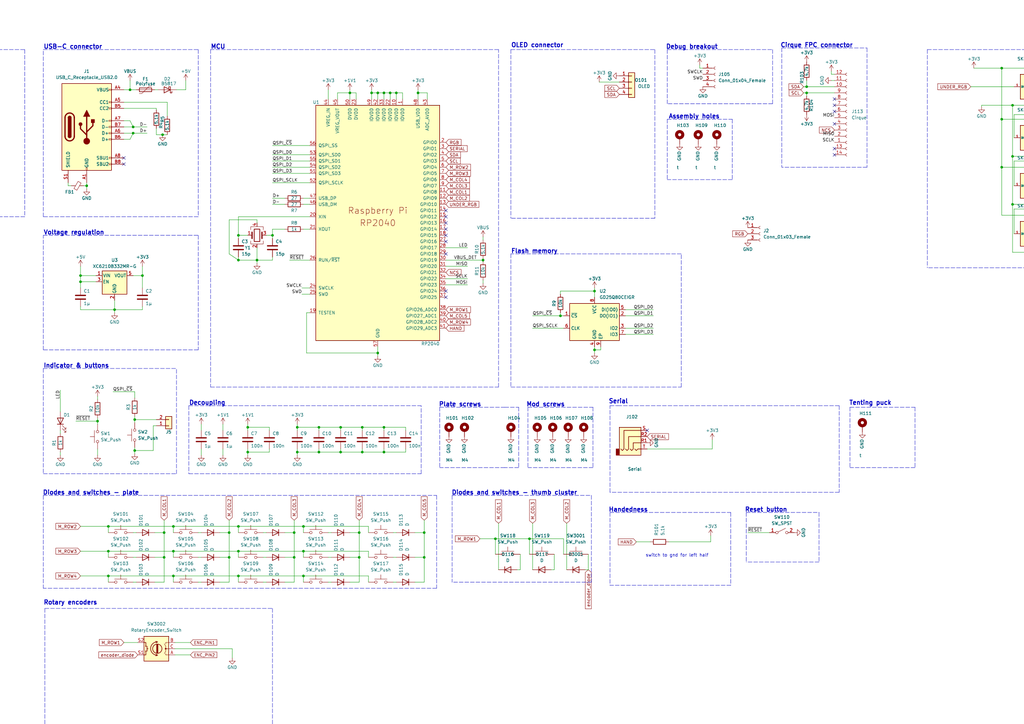
<source format=kicad_sch>
(kicad_sch (version 20211123) (generator eeschema)
  (paper "A3")
  (title_block (title "Dilemma") (date "2022-07-12") (rev "1") (company "plut0nium x bastardkb x freznel") (comment 1 "Licensed under CERN-OHL-W v2"))
  (junction (at 494.665 68.58))
  (junction (at 67.31 218.44))
  (junction (at 441.325 48.895))
  (junction (at 494.665 43.18))
  (junction (at 441.325 43.18))
  (junction (at 330.835 38.1))
  (junction (at 53.34 36.83))
  (junction (at 476.885 48.895))
  (junction (at 564.515 158.75))
  (junction (at 528.955 214.63))
  (junction (at 124.46 236.22))
  (junction (at 493.395 219.075))
  (junction (at 476.885 68.58))
  (junction (at 71.12 226.06))
  (junction (at 441.325 103.505))
  (junction (at 147.32 218.44))
  (junction (at 46.99 127))
  (junction (at 512.445 68.58))
  (junction (at 441.325 88.265))
  (junction (at 105.41 106.68))
  (junction (at 480.695 179.705))
  (junction (at 546.735 194.945))
  (junction (at 600.075 194.945))
  (junction (at 511.175 199.39))
  (junction (at 154.94 38.1))
  (junction (at 44.45 236.22))
  (junction (at 528.955 199.39))
  (junction (at 564.515 179.705))
  (junction (at 528.955 194.945))
  (junction (at 511.175 179.705))
  (junction (at 423.545 64.135))
  (junction (at 147.32 228.6))
  (junction (at 162.56 38.1))
  (junction (at 546.735 179.705))
  (junction (at 441.325 27.94))
  (junction (at 93.98 218.44))
  (junction (at 600.075 158.75))
  (junction (at 485.14 214.63))
  (junction (at 546.735 173.99))
  (junction (at 512.445 83.82))
  (junction (at 511.175 173.99))
  (junction (at 415.29 43.18))
  (junction (at 459.105 43.18))
  (junction (at 111.76 96.52))
  (junction (at 600.075 179.705))
  (junction (at 93.98 228.6))
  (junction (at 582.295 179.705))
  (junction (at 530.225 43.18))
  (junction (at 157.48 185.42))
  (junction (at 493.395 179.705))
  (junction (at 480.695 199.39))
  (junction (at 101.6 185.42))
  (junction (at 511.175 158.75))
  (junction (at 410.845 27.94))
  (junction (at 530.225 68.58))
  (junction (at 44.45 226.06))
  (junction (at 330.835 35.56))
  (junction (at 423.545 103.505))
  (junction (at 493.395 173.99))
  (junction (at 54.61 52.07))
  (junction (at 530.225 27.94))
  (junction (at 423.545 68.58))
  (junction (at 157.48 38.1))
  (junction (at 476.885 27.94))
  (junction (at 512.445 64.135))
  (junction (at 582.295 199.39))
  (junction (at 511.175 219.075))
  (junction (at 410.845 48.895))
  (junction (at 97.79 96.52))
  (junction (at 157.48 175.26))
  (junction (at 530.225 64.135))
  (junction (at 485.14 173.99))
  (junction (at 101.6 175.26))
  (junction (at 564.515 173.99))
  (junction (at 121.92 185.42))
  (junction (at 97.79 226.06))
  (junction (at 476.885 43.18))
  (junction (at 148.59 185.42))
  (junction (at 441.325 64.135))
  (junction (at 530.225 83.82))
  (junction (at 130.81 175.26))
  (junction (at 485.14 194.945))
  (junction (at 582.295 158.75))
  (junction (at 476.885 83.82))
  (junction (at 148.59 175.26))
  (junction (at 152.4 38.1))
  (junction (at 459.105 68.58))
  (junction (at 459.105 27.94))
  (junction (at 582.295 194.945))
  (junction (at 67.31 228.6))
  (junction (at 494.665 64.135))
  (junction (at 160.02 38.1))
  (junction (at 582.295 214.63))
  (junction (at 564.515 199.39))
  (junction (at 512.445 48.895))
  (junction (at 71.12 236.22))
  (junction (at 511.175 234.315))
  (junction (at 480.695 158.75))
  (junction (at 40.005 172.72))
  (junction (at 528.955 179.705))
  (junction (at 441.325 83.82))
  (junction (at 97.79 215.9))
  (junction (at 494.665 27.94))
  (junction (at 33.02 113.03))
  (junction (at 120.65 228.6))
  (junction (at 171.45 38.1))
  (junction (at 124.46 226.06))
  (junction (at 546.735 199.39))
  (junction (at 493.395 158.75))
  (junction (at 423.545 88.265))
  (junction (at 528.955 173.99))
  (junction (at 139.7 185.42))
  (junction (at 217.17 220.98))
  (junction (at 97.79 236.22))
  (junction (at 154.94 144.78))
  (junction (at 35.56 76.2))
  (junction (at 530.225 48.895))
  (junction (at 198.12 106.68))
  (junction (at 494.665 48.895))
  (junction (at 44.45 215.9))
  (junction (at 120.65 218.44))
  (junction (at 58.42 113.03))
  (junction (at 229.87 129.54))
  (junction (at 203.2 220.98))
  (junction (at 124.46 215.9))
  (junction (at 459.105 64.135))
  (junction (at 511.175 194.945))
  (junction (at 415.29 83.82))
  (junction (at 139.7 175.26))
  (junction (at 546.735 158.75))
  (junction (at 415.29 64.135))
  (junction (at 600.075 173.99))
  (junction (at 66.675 55.245))
  (junction (at 564.515 214.63))
  (junction (at 512.445 27.94))
  (junction (at 459.105 83.82))
  (junction (at 55.245 172.085))
  (junction (at 494.665 83.82))
  (junction (at 423.545 48.895))
  (junction (at 582.295 173.99))
  (junction (at 493.395 194.945))
  (junction (at 130.81 185.42))
  (junction (at 493.395 214.63))
  (junction (at 97.79 106.68))
  (junction (at 493.395 199.39))
  (junction (at 173.99 228.6))
  (junction (at 459.105 48.895))
  (junction (at 528.955 158.75))
  (junction (at 600.075 214.63))
  (junction (at 55.245 184.785))
  (junction (at 600.075 199.39))
  (junction (at 564.515 194.945))
  (junction (at 546.735 214.63))
  (junction (at 71.12 215.9))
  (junction (at 33.02 115.57))
  (junction (at 441.325 68.58))
  (junction (at 423.545 83.82))
  (junction (at 54.61 54.61))
  (junction (at 243.84 119.38))
  (junction (at 511.175 214.63))
  (junction (at 173.99 218.44))
  (junction (at 476.885 64.135))
  (junction (at 493.395 234.315))
  (junction (at 143.51 38.1))
  (junction (at 512.445 43.18))
  (junction (at 410.845 68.58))
  (junction (at 423.545 27.94))
  (junction (at 243.84 143.51))
  (junction (at 423.545 43.18))
  (junction (at 121.92 175.26))
  (no_connect (at 342.265 50.8))
  (no_connect (at 342.265 40.64))
  (no_connect (at 342.265 43.18))
  (no_connect (at 342.265 60.96))
  (no_connect (at 342.265 63.5))
  (no_connect (at 182.88 119.38))
  (no_connect (at 182.88 121.92))
  (no_connect (at 182.88 104.14))
  (no_connect (at 182.88 86.36))
  (no_connect (at 265.43 176.53))
  (no_connect (at 50.8 64.77))
  (no_connect (at 50.8 67.31))
  (no_connect (at 342.265 45.72))
  (no_connect (at 536.575 226.695))
  (no_connect (at 182.88 88.9))
  (no_connect (at 182.88 91.44))
  (no_connect (at 182.88 93.98))
  (no_connect (at 182.88 96.52))
  (no_connect (at 182.88 99.06))
  (no_connect (at 466.725 95.885))
  (wire (pts (xy 63.5 218.44) (xy 67.31 218.44)))
  (polyline (pts (xy 348.615 167.005) (xy 348.615 191.77)))
  (wire (pts (xy 171.45 38.1) (xy 171.45 40.64)))
  (wire (pts (xy 306.705 218.44) (xy 315.595 218.44)))
  (wire (pts (xy 33.02 226.06) (xy 44.45 226.06)))
  (wire (pts (xy 90.17 238.76) (xy 93.98 238.76)))
  (wire (pts (xy 33.02 115.57) (xy 33.02 118.11)))
  (wire (pts (xy 173.99 213.36) (xy 173.99 218.44)))
  (wire (pts (xy 67.31 228.6) (xy 67.31 238.76)))
  (wire (pts (xy 105.41 91.44) (xy 105.41 90.17)))
  (wire (pts (xy 118.745 106.68) (xy 127 106.68)))
  (wire (pts (xy 58.42 109.22) (xy 58.42 113.03)))
  (wire (pts (xy 97.79 228.6) (xy 97.79 226.06)))
  (polyline (pts (xy 10.16 20.32) (xy 10.16 88.9)))
  (wire (pts (xy 120.65 228.6) (xy 120.65 238.76)))
  (wire (pts (xy 476.885 27.94) (xy 494.665 27.94)))
  (wire (pts (xy 55.245 170.815) (xy 55.245 172.085)))
  (wire (pts (xy 485.775 196.85) (xy 485.775 207.01)))
  (wire (pts (xy 82.55 173.99) (xy 82.55 176.53)))
  (wire (pts (xy 555.625 66.04) (xy 415.925 66.04)))
  (wire (pts (xy 54.61 228.6) (xy 55.88 228.6)))
  (polyline (pts (xy 10.16 88.9) (xy -53.34 88.9)))
  (wire (pts (xy 410.845 88.265) (xy 410.845 68.58)))
  (wire (pts (xy 267.97 134.62) (xy 256.54 134.62)))
  (wire (pts (xy 494.665 83.82) (xy 476.885 83.82)))
  (wire (pts (xy 441.325 48.895) (xy 423.545 48.895)))
  (wire (pts (xy 502.285 56.515) (xy 504.825 56.515)))
  (wire (pts (xy 40.005 184.15) (xy 40.005 186.69)))
  (wire (pts (xy 101.6 175.26) (xy 110.49 175.26)))
  (wire (pts (xy 121.92 173.99) (xy 121.92 175.26)))
  (polyline (pts (xy 17.78 194.31) (xy 72.39 194.31)))
  (polyline (pts (xy 268.605 20.32) (xy 268.605 89.535)))
  (wire (pts (xy 537.845 35.56) (xy 540.385 35.56)))
  (wire (pts (xy 107.95 218.44) (xy 109.22 218.44)))
  (wire (pts (xy 554.355 207.01) (xy 556.895 207.01)))
  (polyline (pts (xy 204.47 158.75) (xy 204.47 20.32)))
  (wire (pts (xy 170.18 238.76) (xy 173.99 238.76)))
  (polyline (pts (xy 273.685 20.32) (xy 316.865 20.32)))
  (wire (pts (xy 518.795 187.325) (xy 521.335 187.325)))
  (wire (pts (xy 50.8 54.61) (xy 54.61 54.61)))
  (wire (pts (xy 511.175 158.75) (xy 528.955 158.75)))
  (polyline (pts (xy 207.01 191.77) (xy 180.34 191.77)))
  (wire (pts (xy 441.325 43.18) (xy 459.105 43.18)))
  (wire (pts (xy 91.44 173.99) (xy 91.44 176.53)))
  (wire (pts (xy 288.29 27.94) (xy 287.02 27.94)))
  (wire (pts (xy 511.175 179.705) (xy 493.395 179.705)))
  (wire (pts (xy 123.825 118.11) (xy 127 118.11)))
  (wire (pts (xy 245.745 33.655) (xy 254 33.655)))
  (wire (pts (xy 546.735 158.75) (xy 564.515 158.75)))
  (wire (pts (xy 33.02 236.22) (xy 44.45 236.22)))
  (polyline (pts (xy 355.6 19.685) (xy 355.6 68.58)))
  (wire (pts (xy 64.135 55.245) (xy 66.675 55.245)))
  (wire (pts (xy 476.885 68.58) (xy 459.105 68.58)))
  (polyline (pts (xy 273.685 48.895) (xy 273.685 73.66)))
  (wire (pts (xy 267.97 137.16) (xy 256.54 137.16)))
  (wire (pts (xy 625.475 216.535) (xy 485.775 216.535)))
  (polyline (pts (xy 279.4 104.14) (xy 209.55 104.14)))
  (wire (pts (xy 111.76 66.04) (xy 127 66.04)))
  (wire (pts (xy 182.88 101.6) (xy 191.77 101.6)))
  (polyline (pts (xy 180.34 167.005) (xy 207.01 167.005)))
  (wire (pts (xy 484.505 35.56) (xy 487.045 35.56)))
  (wire (pts (xy 617.855 194.945) (xy 600.075 194.945)))
  (wire (pts (xy 329.565 38.1) (xy 330.835 38.1)))
  (wire (pts (xy 143.51 218.44) (xy 147.32 218.44)))
  (wire (pts (xy 72.39 36.83) (xy 76.2 36.83)))
  (polyline (pts (xy 567.69 20.32) (xy 567.69 109.855)))
  (wire (pts (xy 555.625 85.725) (xy 415.925 85.725)))
  (wire (pts (xy 121.92 185.42) (xy 130.81 185.42)))
  (wire (pts (xy 600.075 214.63) (xy 582.295 214.63)))
  (wire (pts (xy 589.915 166.37) (xy 592.455 166.37)))
  (wire (pts (xy 582.295 158.75) (xy 600.075 158.75)))
  (wire (pts (xy 448.945 56.515) (xy 451.485 56.515)))
  (wire (pts (xy 480.695 158.75) (xy 493.395 158.75)))
  (wire (pts (xy 520.065 35.56) (xy 522.605 35.56)))
  (wire (pts (xy 71.12 226.06) (xy 97.79 226.06)))
  (wire (pts (xy 33.02 113.03) (xy 39.37 113.03)))
  (wire (pts (xy 64.135 52.705) (xy 64.135 55.245)))
  (wire (pts (xy 213.36 227.33) (xy 213.36 233.68)))
  (wire (pts (xy 101.6 175.26) (xy 101.6 176.53)))
  (wire (pts (xy 564.515 214.63) (xy 546.735 214.63)))
  (wire (pts (xy 243.84 118.11) (xy 243.84 119.38)))
  (wire (pts (xy 511.175 173.99) (xy 528.955 173.99)))
  (wire (pts (xy 71.12 215.9) (xy 97.79 215.9)))
  (wire (pts (xy 109.22 96.52) (xy 111.76 96.52)))
  (wire (pts (xy 63.5 36.83) (xy 64.77 36.83)))
  (wire (pts (xy 105.41 106.68) (xy 105.41 107.95)))
  (wire (pts (xy 162.56 38.1) (xy 165.1 38.1)))
  (wire (pts (xy 476.885 43.18) (xy 494.665 43.18)))
  (wire (pts (xy 564.515 194.945) (xy 546.735 194.945)))
  (wire (pts (xy 121.92 175.26) (xy 130.81 175.26)))
  (wire (pts (xy 554.355 187.325) (xy 556.895 187.325)))
  (wire (pts (xy 151.13 238.76) (xy 151.13 236.22)))
  (wire (pts (xy 97.79 238.76) (xy 97.79 236.22)))
  (wire (pts (xy 528.955 158.75) (xy 546.735 158.75)))
  (wire (pts (xy 97.79 215.9) (xy 124.46 215.9)))
  (wire (pts (xy 548.005 64.135) (xy 530.225 64.135)))
  (polyline (pts (xy 380.365 20.32) (xy 567.69 20.32)))
  (wire (pts (xy 548.005 68.58) (xy 530.225 68.58)))
  (wire (pts (xy 431.165 95.885) (xy 433.705 95.885)))
  (wire (pts (xy 582.295 194.945) (xy 564.515 194.945)))
  (wire (pts (xy 97.79 96.52) (xy 97.79 88.9)))
  (wire (pts (xy 107.95 228.6) (xy 109.22 228.6)))
  (wire (pts (xy 111.76 68.58) (xy 127 68.58)))
  (wire (pts (xy 198.12 114.935) (xy 198.12 116.205)))
  (wire (pts (xy 143.51 38.1) (xy 143.51 40.64)))
  (wire (pts (xy 130.81 184.15) (xy 130.81 185.42)))
  (wire (pts (xy 582.295 173.99) (xy 600.075 173.99)))
  (wire (pts (xy 518.795 166.37) (xy 521.335 166.37)))
  (polyline (pts (xy 17.78 203.2) (xy 17.78 241.3)))
  (wire (pts (xy 441.325 27.94) (xy 459.105 27.94)))
  (polyline (pts (xy 111.76 249.555) (xy 111.76 306.07)) (stroke (width 0) (type dash)))
  (wire (pts (xy 54.61 52.07) (xy 50.8 52.07)))
  (wire (pts (xy 485.14 173.99) (xy 493.395 173.99)))
  (polyline (pts (xy 450.215 151.13) (xy 450.215 240.665)))
  (wire (pts (xy 459.105 48.895) (xy 441.325 48.895)))
  (polyline (pts (xy 243.205 191.77) (xy 216.535 191.77)))
  (wire (pts (xy 402.59 43.18) (xy 415.29 43.18)))
  (polyline (pts (xy 81.28 88.9) (xy 17.78 88.9)))
  (wire (pts (xy 494.665 48.895) (xy 476.885 48.895)))
  (wire (pts (xy 501.015 226.695) (xy 503.555 226.695)))
  (wire (pts (xy 121.92 185.42) (xy 121.92 186.69)))
  (wire (pts (xy 485.14 214.63) (xy 485.14 194.945)))
  (wire (pts (xy 267.97 127) (xy 256.54 127)))
  (wire (pts (xy 227.33 233.68) (xy 226.06 233.68)))
  (wire (pts (xy 33.02 127) (xy 46.99 127)))
  (wire (pts (xy 493.395 199.39) (xy 480.695 199.39)))
  (wire (pts (xy 459.105 103.505) (xy 441.325 103.505)))
  (wire (pts (xy 120.65 218.44) (xy 120.65 228.6)))
  (wire (pts (xy 125.73 128.27) (xy 127 128.27)))
  (wire (pts (xy 101.6 185.42) (xy 101.6 186.69)))
  (wire (pts (xy 124.46 81.28) (xy 127 81.28)))
  (wire (pts (xy 530.225 48.895) (xy 512.445 48.895)))
  (wire (pts (xy 50.8 49.53) (xy 53.34 49.53)))
  (wire (pts (xy 81.28 218.44) (xy 82.55 218.44)))
  (wire (pts (xy 227.33 227.33) (xy 227.33 233.68)))
  (wire (pts (xy 93.98 90.17) (xy 93.98 104.14)))
  (wire (pts (xy 101.6 185.42) (xy 110.49 185.42)))
  (wire (pts (xy 139.7 185.42) (xy 148.59 185.42)))
  (polyline (pts (xy 216.535 167.005) (xy 243.205 167.005)))
  (wire (pts (xy 124.46 93.98) (xy 127 93.98)))
  (wire (pts (xy 466.725 35.56) (xy 469.265 35.56)))
  (wire (pts (xy 441.325 88.265) (xy 423.545 88.265)))
  (wire (pts (xy 161.29 228.6) (xy 162.56 228.6)))
  (polyline (pts (xy 242.57 203.2) (xy 242.57 238.76)))
  (wire (pts (xy 53.34 49.53) (xy 54.61 52.07)))
  (polyline (pts (xy 242.57 238.76) (xy 185.42 238.76)))
  (wire (pts (xy 34.29 76.2) (xy 35.56 76.2)))
  (wire (pts (xy 243.84 142.24) (xy 243.84 143.51)))
  (wire (pts (xy 546.735 214.63) (xy 528.955 214.63)))
  (wire (pts (xy 93.98 218.44) (xy 93.98 228.6)))
  (wire (pts (xy 157.48 38.1) (xy 157.48 40.64)))
  (wire (pts (xy 111.76 106.68) (xy 111.76 105.41)))
  (wire (pts (xy 62.865 174.625) (xy 62.865 184.785)))
  (wire (pts (xy 50.8 36.83) (xy 53.34 36.83)))
  (wire (pts (xy 46.355 160.655) (xy 55.245 160.655)))
  (wire (pts (xy 53.34 36.83) (xy 55.88 36.83)))
  (wire (pts (xy 58.42 125.73) (xy 58.42 127)))
  (wire (pts (xy 480.695 179.705) (xy 480.695 158.75)))
  (wire (pts (xy 143.51 228.6) (xy 147.32 228.6)))
  (wire (pts (xy 229.87 129.54) (xy 231.14 129.54)))
  (wire (pts (xy 66.675 55.245) (xy 68.58 55.245)))
  (wire (pts (xy 493.395 179.705) (xy 480.695 179.705)))
  (wire (pts (xy 105.41 106.68) (xy 111.76 106.68)))
  (wire (pts (xy 81.28 238.76) (xy 82.55 238.76)))
  (wire (pts (xy 154.94 144.78) (xy 154.94 146.05)))
  (wire (pts (xy 330.835 33.02) (xy 330.835 35.56)))
  (wire (pts (xy 466.725 76.2) (xy 469.265 76.2)))
  (polyline (pts (xy 299.72 210.185) (xy 299.72 240.03)))
  (wire (pts (xy 548.005 48.895) (xy 530.225 48.895)))
  (wire (pts (xy 182.88 109.22) (xy 191.77 109.22)))
  (wire (pts (xy 152.4 36.83) (xy 152.4 38.1)))
  (wire (pts (xy 485.14 194.945) (xy 485.14 173.99)))
  (polyline (pts (xy 306.07 210.185) (xy 306.07 230.505)))
  (polyline (pts (xy 18.415 249.555) (xy 111.76 249.555)) (stroke (width 0) (type dash)))
  (wire (pts (xy 146.05 40.64) (xy 146.05 38.1)))
  (wire (pts (xy 154.94 142.24) (xy 154.94 144.78)))
  (wire (pts (xy 40.005 171.45) (xy 40.005 172.72)))
  (wire (pts (xy 480.695 199.39) (xy 480.695 179.705)))
  (wire (pts (xy 175.26 40.64) (xy 175.26 38.1)))
  (wire (pts (xy 71.12 236.22) (xy 97.79 236.22)))
  (wire (pts (xy 530.225 27.94) (xy 548.005 27.94)))
  (wire (pts (xy 528.955 199.39) (xy 511.175 199.39)))
  (wire (pts (xy 116.84 228.6) (xy 120.65 228.6)))
  (wire (pts (xy 564.515 199.39) (xy 546.735 199.39)))
  (wire (pts (xy 55.245 160.655) (xy 55.245 163.195)))
  (wire (pts (xy 95.25 266.065) (xy 95.25 269.875)))
  (wire (pts (xy 198.12 106.68) (xy 198.12 107.315)))
  (wire (pts (xy 511.175 194.945) (xy 493.395 194.945)))
  (wire (pts (xy 415.29 64.135) (xy 415.29 43.18)))
  (wire (pts (xy 139.7 184.15) (xy 139.7 185.42)))
  (wire (pts (xy 157.48 185.42) (xy 166.37 185.42)))
  (wire (pts (xy 151.13 218.44) (xy 151.13 215.9)))
  (wire (pts (xy 27.94 76.2) (xy 29.21 76.2)))
  (wire (pts (xy 54.61 238.76) (xy 55.88 238.76)))
  (polyline (pts (xy 355.6 68.58) (xy 320.675 68.58)))
  (wire (pts (xy 600.075 158.75) (xy 617.855 158.75)))
  (wire (pts (xy 182.88 114.3) (xy 191.77 114.3)))
  (wire (pts (xy 97.79 106.68) (xy 105.41 106.68)))
  (wire (pts (xy 241.3 233.68) (xy 240.03 233.68)))
  (wire (pts (xy 124.46 236.22) (xy 151.13 236.22)))
  (wire (pts (xy 166.37 176.53) (xy 166.37 175.26)))
  (wire (pts (xy 171.45 38.1) (xy 175.26 38.1)))
  (wire (pts (xy 243.84 143.51) (xy 246.38 143.51)))
  (wire (pts (xy 125.73 128.27) (xy 125.73 144.78)))
  (wire (pts (xy 139.7 175.26) (xy 148.59 175.26)))
  (wire (pts (xy 50.8 41.91) (xy 68.58 41.91)))
  (wire (pts (xy 44.45 238.76) (xy 44.45 236.22)))
  (wire (pts (xy 511.175 199.39) (xy 493.395 199.39)))
  (wire (pts (xy 58.42 113.03) (xy 58.42 118.11)))
  (wire (pts (xy 71.755 266.065) (xy 95.25 266.065)))
  (wire (pts (xy 218.44 134.62) (xy 231.14 134.62)))
  (wire (pts (xy 589.915 207.01) (xy 592.455 207.01)))
  (wire (pts (xy 423.545 68.58) (xy 410.845 68.58)))
  (wire (pts (xy 152.4 38.1) (xy 152.4 40.64)))
  (wire (pts (xy 55.245 172.085) (xy 55.245 173.355)))
  (wire (pts (xy 105.41 90.17) (xy 93.98 90.17)))
  (wire (pts (xy 116.84 238.76) (xy 120.65 238.76)))
  (wire (pts (xy 203.2 220.98) (xy 203.2 227.33)))
  (wire (pts (xy 555.625 35.56) (xy 555.625 46.99)))
  (wire (pts (xy 124.46 226.06) (xy 151.13 226.06)))
  (wire (pts (xy 116.84 218.44) (xy 120.65 218.44)))
  (wire (pts (xy 415.925 66.04) (xy 415.925 76.2)))
  (wire (pts (xy 64.135 44.45) (xy 64.135 45.085)))
  (polyline (pts (xy 111.76 306.07) (xy 18.415 306.07)) (stroke (width 0) (type dash)))
  (polyline (pts (xy 209.55 104.14) (xy 209.55 158.75)))
  (wire (pts (xy 520.065 76.2) (xy 522.605 76.2)))
  (wire (pts (xy 459.105 68.58) (xy 441.325 68.58)))
  (wire (pts (xy 81.28 228.6) (xy 82.55 228.6)))
  (wire (pts (xy 572.135 166.37) (xy 574.675 166.37)))
  (polyline (pts (xy 273.685 20.32) (xy 273.685 42.545)))
  (wire (pts (xy 625.475 207.01) (xy 625.475 216.535)))
  (wire (pts (xy 330.835 35.56) (xy 342.265 35.56)))
  (wire (pts (xy 459.105 88.265) (xy 441.325 88.265)))
  (polyline (pts (xy 348.615 167.005) (xy 375.285 167.005)))
  (wire (pts (xy 582.295 214.63) (xy 564.515 214.63)))
  (polyline (pts (xy 637.54 151.13) (xy 637.54 240.665)))
  (wire (pts (xy 148.59 175.26) (xy 157.48 175.26)))
  (wire (pts (xy 528.955 194.945) (xy 511.175 194.945)))
  (wire (pts (xy 110.49 184.15) (xy 110.49 185.42)))
  (wire (pts (xy 501.015 187.325) (xy 503.555 187.325)))
  (wire (pts (xy 512.445 43.18) (xy 530.225 43.18)))
  (wire (pts (xy 423.545 88.265) (xy 410.845 88.265)))
  (wire (pts (xy 467.995 166.37) (xy 485.775 166.37)))
  (wire (pts (xy 54.61 218.44) (xy 55.88 218.44)))
  (polyline (pts (xy 185.42 203.2) (xy 242.57 203.2)))
  (polyline (pts (xy 17.78 151.13) (xy 17.78 194.31)))
  (wire (pts (xy 182.88 106.68) (xy 198.12 106.68)))
  (wire (pts (xy 625.475 166.37) (xy 625.475 177.8)))
  (wire (pts (xy 97.79 218.44) (xy 97.79 215.9)))
  (wire (pts (xy 243.84 119.38) (xy 243.84 121.92)))
  (wire (pts (xy 402.59 43.815) (xy 402.59 43.18)))
  (wire (pts (xy 24.765 176.53) (xy 24.765 177.8)))
  (wire (pts (xy 291.465 222.25) (xy 291.465 219.71)))
  (wire (pts (xy 512.445 48.895) (xy 494.665 48.895)))
  (wire (pts (xy 617.855 179.705) (xy 600.075 179.705)))
  (wire (pts (xy 111.76 96.52) (xy 111.76 97.79)))
  (wire (pts (xy 62.865 184.785) (xy 55.245 184.785)))
  (wire (pts (xy 120.65 213.36) (xy 120.65 218.44)))
  (wire (pts (xy 502.285 35.56) (xy 504.825 35.56)))
  (polyline (pts (xy 243.205 167.005) (xy 243.205 191.77)))
  (polyline (pts (xy 300.355 73.66) (xy 273.685 73.66)))
  (wire (pts (xy 528.955 173.99) (xy 546.735 173.99)))
  (wire (pts (xy 121.92 184.15) (xy 121.92 185.42)))
  (wire (pts (xy 231.14 220.98) (xy 231.14 227.33)))
  (wire (pts (xy 555.625 46.99) (xy 415.925 46.99)))
  (wire (pts (xy 448.945 76.2) (xy 451.485 76.2)))
  (polyline (pts (xy 180.34 167.005) (xy 180.34 191.77)))
  (polyline (pts (xy 316.865 42.545) (xy 273.685 42.545)))
  (wire (pts (xy 171.45 36.83) (xy 171.45 38.1)))
  (wire (pts (xy 600.075 173.99) (xy 617.855 173.99)))
  (wire (pts (xy 161.29 218.44) (xy 162.56 218.44)))
  (wire (pts (xy 97.79 97.79) (xy 97.79 96.52)))
  (polyline (pts (xy 207.01 167.005) (xy 212.725 167.005)))
  (wire (pts (xy 548.005 83.82) (xy 530.225 83.82)))
  (wire (pts (xy 423.545 64.135) (xy 415.29 64.135)))
  (wire (pts (xy 530.225 83.82) (xy 512.445 83.82)))
  (wire (pts (xy 24.765 185.42) (xy 24.765 186.69)))
  (wire (pts (xy 173.99 228.6) (xy 173.99 238.76)))
  (wire (pts (xy 518.795 226.695) (xy 521.335 226.695)))
  (polyline (pts (xy 17.78 20.32) (xy 81.28 20.32)))
  (wire (pts (xy 480.695 219.075) (xy 480.695 199.39)))
  (wire (pts (xy 330.835 38.1) (xy 330.835 39.37)))
  (polyline (pts (xy 268.605 89.535) (xy 209.55 89.535)))
  (wire (pts (xy 44.45 236.22) (xy 71.12 236.22)))
  (wire (pts (xy 203.2 220.98) (xy 217.17 220.98)))
  (wire (pts (xy 218.44 129.54) (xy 229.87 129.54)))
  (wire (pts (xy 472.44 174.625) (xy 472.44 173.99)))
  (wire (pts (xy 130.81 185.42) (xy 139.7 185.42)))
  (wire (pts (xy 518.795 207.01) (xy 521.335 207.01)))
  (polyline (pts (xy 18.415 249.555) (xy 18.415 306.07)) (stroke (width 0) (type dash)))
  (wire (pts (xy 71.755 263.525) (xy 78.105 263.525)))
  (wire (pts (xy 44.45 218.44) (xy 44.45 215.9)))
  (wire (pts (xy 410.845 48.895) (xy 410.845 27.94)))
  (wire (pts (xy 564.515 173.99) (xy 582.295 173.99)))
  (wire (pts (xy 82.55 184.15) (xy 82.55 186.69)))
  (wire (pts (xy 71.12 238.76) (xy 71.12 236.22)))
  (wire (pts (xy 512.445 68.58) (xy 494.665 68.58)))
  (wire (pts (xy 71.12 228.6) (xy 71.12 226.06)))
  (wire (pts (xy 476.885 48.895) (xy 459.105 48.895)))
  (wire (pts (xy 600.075 194.945) (xy 582.295 194.945)))
  (wire (pts (xy 71.12 218.44) (xy 71.12 215.9)))
  (wire (pts (xy 415.925 85.725) (xy 415.925 95.885)))
  (wire (pts (xy 97.79 105.41) (xy 97.79 106.68)))
  (wire (pts (xy 459.105 83.82) (xy 441.325 83.82)))
  (wire (pts (xy 441.325 64.135) (xy 423.545 64.135)))
  (wire (pts (xy 130.81 175.26) (xy 130.81 176.53)))
  (wire (pts (xy 423.545 43.18) (xy 441.325 43.18)))
  (wire (pts (xy 265.43 184.15) (xy 292.1 184.15)))
  (wire (pts (xy 204.47 214.63) (xy 204.47 233.68)))
  (polyline (pts (xy 250.19 201.93) (xy 250.19 166.37)))
  (polyline (pts (xy 344.17 201.93) (xy 250.19 201.93)))
  (wire (pts (xy 97.79 96.52) (xy 101.6 96.52)))
  (wire (pts (xy 63.5 238.76) (xy 67.31 238.76)))
  (wire (pts (xy 111.76 71.12) (xy 127 71.12)))
  (wire (pts (xy 493.395 194.945) (xy 485.14 194.945)))
  (wire (pts (xy 91.44 184.15) (xy 91.44 186.69)))
  (wire (pts (xy 64.135 174.625) (xy 62.865 174.625)))
  (wire (pts (xy 154.94 38.1) (xy 157.48 38.1)))
  (wire (pts (xy 170.18 228.6) (xy 173.99 228.6)))
  (wire (pts (xy 528.955 179.705) (xy 511.175 179.705)))
  (wire (pts (xy 229.87 128.27) (xy 229.87 129.54)))
  (wire (pts (xy 148.59 184.15) (xy 148.59 185.42)))
  (polyline (pts (xy 344.17 166.37) (xy 344.17 201.93)))
  (wire (pts (xy 93.98 213.36) (xy 93.98 218.44)))
  (polyline (pts (xy 81.28 20.32) (xy 81.28 88.9)))
  (wire (pts (xy 160.02 38.1) (xy 160.02 40.64)))
  (polyline (pts (xy 335.915 230.505) (xy 306.07 230.505)))
  (wire (pts (xy 494.665 27.94) (xy 512.445 27.94)))
  (polyline (pts (xy 17.78 96.52) (xy 81.28 96.52)))
  (wire (pts (xy 485.14 234.315) (xy 485.14 214.63)))
  (wire (pts (xy 448.945 35.56) (xy 451.485 35.56)))
  (wire (pts (xy 134.62 238.76) (xy 135.89 238.76)))
  (wire (pts (xy 329.565 35.56) (xy 330.835 35.56)))
  (polyline (pts (xy 450.215 151.13) (xy 637.54 151.13)))
  (wire (pts (xy 33.02 125.73) (xy 33.02 127)))
  (wire (pts (xy 53.34 33.02) (xy 53.34 36.83)))
  (wire (pts (xy 35.56 76.2) (xy 35.56 77.47)))
  (wire (pts (xy 572.135 207.01) (xy 574.675 207.01)))
  (polyline (pts (xy 212.725 191.77) (xy 207.01 191.77)))
  (wire (pts (xy 340.995 30.48) (xy 340.995 29.21)))
  (wire (pts (xy 476.885 64.135) (xy 459.105 64.135)))
  (wire (pts (xy 459.105 64.135) (xy 441.325 64.135)))
  (wire (pts (xy 33.02 215.9) (xy 44.45 215.9)))
  (polyline (pts (xy 77.47 194.31) (xy 172.72 194.31)))
  (wire (pts (xy 536.575 166.37) (xy 539.115 166.37)))
  (wire (pts (xy 431.165 35.56) (xy 433.705 35.56)))
  (wire (pts (xy 124.46 228.6) (xy 124.46 226.06)))
  (polyline (pts (xy 216.535 167.005) (xy 216.535 191.77)))
  (wire (pts (xy 27.94 74.93) (xy 27.94 76.2)))
  (wire (pts (xy 530.225 43.18) (xy 548.005 43.18)))
  (wire (pts (xy 274.32 222.25) (xy 291.465 222.25)))
  (wire (pts (xy 431.165 76.2) (xy 433.705 76.2)))
  (wire (pts (xy 607.695 207.01) (xy 610.235 207.01)))
  (wire (pts (xy 564.515 179.705) (xy 546.735 179.705)))
  (wire (pts (xy 625.475 177.8) (xy 485.775 177.8)))
  (wire (pts (xy 217.17 220.98) (xy 217.17 227.33)))
  (wire (pts (xy 97.79 88.9) (xy 127 88.9)))
  (wire (pts (xy 502.285 76.2) (xy 504.825 76.2)))
  (wire (pts (xy 494.665 64.135) (xy 476.885 64.135)))
  (wire (pts (xy 493.395 234.315) (xy 485.14 234.315)))
  (polyline (pts (xy 273.685 48.895) (xy 300.355 48.895)))
  (wire (pts (xy 90.17 228.6) (xy 93.98 228.6)))
  (wire (pts (xy 147.32 228.6) (xy 147.32 238.76)))
  (wire (pts (xy 537.845 56.515) (xy 540.385 56.515)))
  (wire (pts (xy 589.915 187.325) (xy 592.455 187.325)))
  (wire (pts (xy 182.88 116.84) (xy 191.77 116.84)))
  (wire (pts (xy 246.38 142.24) (xy 246.38 143.51)))
  (wire (pts (xy 493.395 173.99) (xy 511.175 173.99)))
  (wire (pts (xy 76.2 33.02) (xy 76.2 36.83)))
  (wire (pts (xy 55.245 183.515) (xy 55.245 184.785)))
  (wire (pts (xy 50.8 44.45) (xy 64.135 44.45)))
  (wire (pts (xy 469.265 158.75) (xy 480.695 158.75)))
  (wire (pts (xy 111.76 83.82) (xy 116.84 83.82)))
  (wire (pts (xy 267.97 129.54) (xy 256.54 129.54)))
  (wire (pts (xy 148.59 185.42) (xy 157.48 185.42)))
  (wire (pts (xy 71.755 268.605) (xy 78.105 268.605)))
  (polyline (pts (xy -53.34 88.9) (xy -53.34 20.32)))
  (wire (pts (xy 546.735 179.705) (xy 528.955 179.705)))
  (wire (pts (xy 33.02 109.22) (xy 33.02 113.03)))
  (polyline (pts (xy 250.19 166.37) (xy 253.365 166.37)))
  (wire (pts (xy 229.87 119.38) (xy 243.84 119.38)))
  (wire (pts (xy 472.44 173.99) (xy 485.14 173.99)))
  (wire (pts (xy 138.43 38.1) (xy 143.51 38.1)))
  (wire (pts (xy 511.175 219.075) (xy 493.395 219.075)))
  (wire (pts (xy 33.02 113.03) (xy 33.02 115.57)))
  (wire (pts (xy 107.95 238.76) (xy 109.22 238.76)))
  (wire (pts (xy 111.76 63.5) (xy 127 63.5)))
  (wire (pts (xy 625.475 187.325) (xy 625.475 196.85)))
  (wire (pts (xy 501.015 166.37) (xy 503.555 166.37)))
  (wire (pts (xy 512.445 64.135) (xy 494.665 64.135)))
  (wire (pts (xy 55.245 184.785) (xy 55.245 186.055)))
  (wire (pts (xy 93.98 228.6) (xy 93.98 238.76)))
  (wire (pts (xy 148.59 175.26) (xy 148.59 176.53)))
  (polyline (pts (xy 172.72 194.31) (xy 172.72 166.37)))
  (polyline (pts (xy 81.28 143.51) (xy 17.78 143.51)))
  (wire (pts (xy 116.84 93.98) (xy 111.76 93.98)))
  (wire (pts (xy 143.51 36.83) (xy 143.51 38.1)))
  (polyline (pts (xy 17.78 88.9) (xy 17.78 20.32)))
  (polyline (pts (xy 185.42 203.2) (xy 185.42 238.76)))
  (wire (pts (xy 555.625 56.515) (xy 555.625 66.04)))
  (wire (pts (xy 111.76 59.69) (xy 127 59.69)))
  (wire (pts (xy 399.415 27.94) (xy 410.845 27.94)))
  (wire (pts (xy 97.79 226.06) (xy 124.46 226.06)))
  (wire (pts (xy 161.29 238.76) (xy 162.56 238.76)))
  (wire (pts (xy 143.51 238.76) (xy 147.32 238.76)))
  (wire (pts (xy 165.1 40.64) (xy 165.1 38.1)))
  (polyline (pts (xy 380.365 20.32) (xy 380.365 109.855)))
  (polyline (pts (xy 209.55 158.75) (xy 279.4 158.75)))
  (polyline (pts (xy 77.47 166.37) (xy 172.72 166.37)))
  (polyline (pts (xy 320.675 19.685) (xy 355.6 19.685)))
  (wire (pts (xy 24.765 160.02) (xy 24.765 168.91)))
  (wire (pts (xy 511.175 234.315) (xy 493.395 234.315)))
  (polyline (pts (xy 299.72 240.03) (xy 250.19 240.03)))
  (wire (pts (xy 157.48 38.1) (xy 160.02 38.1)))
  (wire (pts (xy 111.76 93.98) (xy 111.76 96.52)))
  (polyline (pts (xy 17.78 203.2) (xy 179.07 203.2)))
  (wire (pts (xy 546.735 194.945) (xy 528.955 194.945)))
  (wire (pts (xy 46.99 123.19) (xy 46.99 127)))
  (polyline (pts (xy 253.365 166.37) (xy 344.17 166.37)))
  (wire (pts (xy 93.98 104.14) (xy 97.79 106.68)))
  (wire (pts (xy 229.87 120.65) (xy 229.87 119.38)))
  (wire (pts (xy 564.515 158.75) (xy 582.295 158.75)))
  (wire (pts (xy 67.31 213.36) (xy 67.31 218.44)))
  (wire (pts (xy 493.395 158.75) (xy 511.175 158.75)))
  (wire (pts (xy 123.825 120.65) (xy 127 120.65)))
  (polyline (pts (xy 316.865 20.32) (xy 316.865 42.545)))
  (wire (pts (xy 431.165 56.515) (xy 433.705 56.515)))
  (wire (pts (xy 476.885 83.82) (xy 459.105 83.82)))
  (wire (pts (xy 213.36 233.68) (xy 212.09 233.68)))
  (wire (pts (xy 232.41 214.63) (xy 232.41 233.68)))
  (wire (pts (xy 147.32 213.36) (xy 147.32 218.44)))
  (wire (pts (xy 342.265 30.48) (xy 340.995 30.48)))
  (polyline (pts (xy 375.285 167.005) (xy 375.285 191.77)))
  (wire (pts (xy 198.12 97.155) (xy 198.12 98.425)))
  (wire (pts (xy 44.45 215.9) (xy 71.12 215.9)))
  (wire (pts (xy 124.46 83.82) (xy 127 83.82)))
  (wire (pts (xy 147.32 218.44) (xy 147.32 228.6)))
  (wire (pts (xy 494.665 68.58) (xy 476.885 68.58)))
  (wire (pts (xy 67.31 218.44) (xy 67.31 228.6)))
  (wire (pts (xy 151.13 228.6) (xy 151.13 226.06)))
  (wire (pts (xy 415.29 43.18) (xy 423.545 43.18)))
  (wire (pts (xy 218.44 214.63) (xy 218.44 233.68)))
  (polyline (pts (xy 320.675 19.685) (xy 320.675 68.58)))
  (wire (pts (xy 157.48 175.26) (xy 166.37 175.26)))
  (wire (pts (xy 415.29 103.505) (xy 415.29 83.82)))
  (wire (pts (xy 423.545 83.82) (xy 415.29 83.82)))
  (wire (pts (xy 105.41 101.6) (xy 105.41 106.68)))
  (wire (pts (xy 536.575 187.325) (xy 539.115 187.325)))
  (wire (pts (xy 54.61 54.61) (xy 53.34 57.15)))
  (wire (pts (xy 54.61 113.03) (xy 58.42 113.03)))
  (wire (pts (xy 415.925 46.99) (xy 415.925 56.515)))
  (wire (pts (xy 97.79 236.22) (xy 124.46 236.22)))
  (wire (pts (xy 121.92 175.26) (xy 121.92 176.53)))
  (wire (pts (xy 111.76 74.93) (xy 127 74.93)))
  (wire (pts (xy 617.855 199.39) (xy 600.075 199.39)))
  (wire (pts (xy 459.105 43.18) (xy 476.885 43.18)))
  (polyline (pts (xy -53.34 20.32) (xy 10.16 20.32)))
  (wire (pts (xy 493.395 214.63) (xy 485.14 214.63)))
  (wire (pts (xy 54.61 52.07) (xy 60.325 52.07)))
  (polyline (pts (xy 375.285 191.77) (xy 348.615 191.77)))
  (wire (pts (xy 459.105 27.94) (xy 476.885 27.94)))
  (wire (pts (xy 138.43 40.64) (xy 138.43 38.1)))
  (polyline (pts (xy 86.36 158.75) (xy 204.47 158.75)))
  (wire (pts (xy 512.445 27.94) (xy 530.225 27.94)))
  (wire (pts (xy 154.94 38.1) (xy 154.94 40.64)))
  (wire (pts (xy 530.225 68.58) (xy 512.445 68.58)))
  (wire (pts (xy 572.135 187.325) (xy 574.675 187.325)))
  (wire (pts (xy 90.17 218.44) (xy 93.98 218.44)))
  (polyline (pts (xy 567.69 109.855) (xy 380.365 109.855)))
  (wire (pts (xy 196.85 220.98) (xy 203.2 220.98)))
  (wire (pts (xy 157.48 175.26) (xy 157.48 176.53)))
  (polyline (pts (xy 17.78 143.51) (xy 17.78 96.52)))
  (wire (pts (xy 494.665 43.18) (xy 512.445 43.18)))
  (polyline (pts (xy 179.07 241.3) (xy 17.78 241.3)))
  (wire (pts (xy 528.955 214.63) (xy 511.175 214.63)))
  (polyline (pts (xy 637.54 240.665) (xy 450.215 240.665)))
  (polyline (pts (xy 204.47 20.32) (xy 86.36 20.32)))
  (wire (pts (xy 170.18 218.44) (xy 173.99 218.44)))
  (wire (pts (xy 134.62 218.44) (xy 135.89 218.44)))
  (wire (pts (xy 484.505 76.2) (xy 487.045 76.2)))
  (wire (pts (xy 124.46 215.9) (xy 151.13 215.9)))
  (wire (pts (xy 111.76 81.28) (xy 116.84 81.28)))
  (wire (pts (xy 528.955 219.075) (xy 511.175 219.075)))
  (wire (pts (xy 134.62 228.6) (xy 135.89 228.6)))
  (wire (pts (xy 162.56 38.1) (xy 162.56 40.64)))
  (wire (pts (xy 198.12 106.045) (xy 198.12 106.68)))
  (wire (pts (xy 340.995 33.02) (xy 342.265 33.02)))
  (wire (pts (xy 625.475 196.85) (xy 485.775 196.85)))
  (wire (pts (xy 415.29 83.82) (xy 415.29 64.135)))
  (polyline (pts (xy 77.47 166.37) (xy 77.47 194.31)))
  (wire (pts (xy 441.325 68.58) (xy 423.545 68.58)))
  (wire (pts (xy 63.5 228.6) (xy 67.31 228.6)))
  (polyline (pts (xy 250.19 210.185) (xy 250.19 240.03)))
  (wire (pts (xy 423.545 103.505) (xy 415.29 103.505)))
  (wire (pts (xy 607.695 187.325) (xy 610.235 187.325)))
  (wire (pts (xy 501.015 207.01) (xy 503.555 207.01)))
  (wire (pts (xy 44.45 228.6) (xy 44.45 226.06)))
  (wire (pts (xy 243.84 143.51) (xy 243.84 144.78)))
  (wire (pts (xy 53.34 57.15) (xy 50.8 57.15)))
  (wire (pts (xy 110.49 176.53) (xy 110.49 175.26)))
  (polyline (pts (xy 306.07 210.185) (xy 335.915 210.185)))
  (wire (pts (xy 54.61 54.61) (xy 60.325 54.61)))
  (wire (pts (xy 157.48 184.15) (xy 157.48 185.42)))
  (wire (pts (xy 555.625 76.2) (xy 555.625 85.725)))
  (wire (pts (xy 55.245 172.085) (xy 64.135 172.085)))
  (wire (pts (xy 607.695 166.37) (xy 610.235 166.37)))
  (wire (pts (xy 398.145 35.56) (xy 415.925 35.56)))
  (wire (pts (xy 410.845 68.58) (xy 410.845 48.895)))
  (wire (pts (xy 582.295 179.705) (xy 564.515 179.705)))
  (wire (pts (xy 160.02 38.1) (xy 162.56 38.1)))
  (wire (pts (xy 410.845 27.94) (xy 423.545 27.94)))
  (wire (pts (xy 554.355 166.37) (xy 556.895 166.37)))
  (polyline (pts (xy 81.28 96.52) (xy 81.28 143.51)))
  (wire (pts (xy 528.955 234.315) (xy 511.175 234.315)))
  (wire (pts (xy 35.56 74.93) (xy 35.56 76.2)))
  (polyline (pts (xy 335.915 210.185) (xy 335.915 230.505)))
  (wire (pts (xy 287.02 27.94) (xy 287.02 26.67)))
  (wire (pts (xy 441.325 83.82) (xy 423.545 83.82)))
  (polyline (pts (xy 72.39 194.31) (xy 72.39 151.13)))
  (wire (pts (xy 152.4 38.1) (xy 154.94 38.1)))
  (wire (pts (xy 485.775 177.8) (xy 485.775 187.325)))
  (wire (pts (xy 423.545 48.895) (xy 410.845 48.895)))
  (wire (pts (xy 485.775 216.535) (xy 485.775 226.695)))
  (polyline (pts (xy 212.725 167.005) (xy 212.725 191.77)))
  (wire (pts (xy 46.99 127) (xy 46.99 128.27)))
  (wire (pts (xy 466.725 56.515) (xy 469.265 56.515)))
  (wire (pts (xy 546.735 173.99) (xy 564.515 173.99)))
  (wire (pts (xy 50.8 263.525) (xy 56.515 263.525)))
  (polyline (pts (xy 300.355 48.895) (xy 300.355 73.66)))
  (wire (pts (xy 166.37 184.15) (xy 166.37 185.42)))
  (polyline (pts (xy 17.78 151.13) (xy 72.39 151.13)))
  (wire (pts (xy 40.005 172.72) (xy 40.005 173.99)))
  (wire (pts (xy 101.6 184.15) (xy 101.6 185.42)))
  (wire (pts (xy 260.985 222.25) (xy 266.7 222.25)))
  (wire (pts (xy 330.835 38.1) (xy 342.265 38.1)))
  (wire (pts (xy 44.45 226.06) (xy 71.12 226.06)))
  (wire (pts (xy 217.17 220.98) (xy 231.14 220.98)))
  (wire (pts (xy 537.845 76.2) (xy 540.385 76.2)))
  (wire (pts (xy 31.115 172.72) (xy 40.005 172.72)))
  (wire (pts (xy 40.005 162.56) (xy 40.005 163.83)))
  (wire (pts (xy 493.395 219.075) (xy 480.695 219.075)))
  (polyline (pts (xy 86.36 20.32) (xy 86.36 158.75)))
  (wire (pts (xy 292.1 184.15) (xy 292.1 180.34)))
  (wire (pts (xy 617.855 214.63) (xy 600.075 214.63)))
  (wire (pts (xy 125.73 144.78) (xy 154.94 144.78)))
  (wire (pts (xy 448.945 95.885) (xy 451.485 95.885)))
  (wire (pts (xy 484.505 56.515) (xy 487.045 56.515)))
  (polyline (pts (xy 250.19 210.185) (xy 299.72 210.185)))
  (wire (pts (xy 134.62 36.83) (xy 134.62 40.64)))
  (wire (pts (xy 143.51 38.1) (xy 146.05 38.1)))
  (wire (pts (xy 139.7 175.26) (xy 139.7 176.53)))
  (wire (pts (xy 600.075 179.705) (xy 582.295 179.705)))
  (wire (pts (xy 546.735 199.39) (xy 528.955 199.39)))
  (wire (pts (xy 600.075 199.39) (xy 582.295 199.39)))
  (wire (pts (xy 173.99 218.44) (xy 173.99 228.6)))
  (wire (pts (xy 530.225 64.135) (xy 512.445 64.135)))
  (wire (pts (xy 582.295 199.39) (xy 564.515 199.39)))
  (wire (pts (xy 520.065 56.515) (xy 522.605 56.515)))
  (wire (pts (xy 46.99 127) (xy 58.42 127)))
  (wire (pts (xy 124.46 238.76) (xy 124.46 236.22)))
  (wire (pts (xy 441.325 103.505) (xy 423.545 103.505)))
  (wire (pts (xy 423.545 27.94) (xy 441.325 27.94)))
  (wire (pts (xy 101.6 173.99) (xy 101.6 175.26)))
  (wire (pts (xy 33.02 115.57) (xy 39.37 115.57)))
  (wire (pts (xy 511.175 214.63) (xy 493.395 214.63)))
  (polyline (pts (xy 209.55 20.32) (xy 268.605 20.32)))
  (wire (pts (xy 512.445 83.82) (xy 494.665 83.82)))
  (wire (pts (xy 124.46 218.44) (xy 124.46 215.9)))
  (wire (pts (xy 130.81 175.26) (xy 139.7 175.26)))
  (polyline (pts (xy 209.55 20.32) (xy 209.55 89.535)))
  (polyline (pts (xy 279.4 158.75) (xy 279.4 104.14)))
  (wire (pts (xy 241.3 227.33) (xy 241.3 233.68)))
  (wire (pts (xy 536.575 207.01) (xy 539.115 207.01)))
  (wire (pts (xy 68.58 41.91) (xy 68.58 47.625)))
  (polyline (pts (xy 179.07 203.2) (xy 179.07 241.3)))
  (text "Debug breakout" (at 273.05 20.32 0) (effects (font (size 1.778 1.778) (thickness 0.3556) bold) (justify left bottom)))
  (text "ESD protection" (at -53.34 20.32 0) (effects (font (size 1.778 1.778) (thickness 0.3556) bold) (justify left bottom)))
  (text "Decoupling" (at 77.47 166.37 0) (effects (font (size 1.778 1.778) (thickness 0.3556) bold) (justify left bottom)))
  (text "USB-C connector" (at 17.78 20.32 0) (effects (font (size 1.778 1.778) (thickness 0.3556) bold) (justify left bottom)))
  (text "Rotary encoders" (at 17.78 248.285 0) (effects (font (size 1.778 1.778) (thickness 0.3556) bold) (justify left bottom)))
  (text "Reset button" (at 305.435 210.185 0) (effects (font (size 1.778 1.778) (thickness 0.3556) bold) (justify left bottom)))
  (text "Diodes and switches - plate" (at 57.15 203.2 180) (effects (font (size 1.778 1.778) (thickness 0.3556) bold) (justify right bottom)))
  (text "Cirque FPC connector" (at 320.04 19.685 0) (effects (font (size 1.778 1.778) (thickness 0.3556) bold) (justify left bottom)))
  (text "Mod screws" (at 231.775 167.005 180) (effects (font (size 1.778 1.778) (thickness 0.3556) bold) (justify right bottom)))
  (text "Indicator & buttons" (at 17.78 151.13 0) (effects (font (size 1.778 1.778) (thickness 0.3556) bold) (justify left bottom)))
  (text "Voltage regulation" (at 17.78 96.52 0) (effects (font (size 1.778 1.778) (thickness 0.3556) bold) (justify left bottom)))
  (text "switch to gnd for left half" (at 264.795 228.6 0) (effects (font (size 1.27 1.27)) (justify left bottom)))
  (text "Handedness" (at 249.555 210.185 0) (effects (font (size 1.778 1.778) (thickness 0.3556) bold) (justify left bottom)))
  (text "Assembly holes" (at 295.275 48.895 180) (effects (font (size 1.778 1.778) (thickness 0.3556) bold) (justify right bottom)))
  (text "Serial" (at 249.555 165.735 0) (effects (font (size 1.778 1.778) (thickness 0.3556) bold) (justify left bottom)))
  (text "Tenting puck" (at 365.76 166.37 180) (effects (font (size 1.778 1.778) (thickness 0.3556) bold) (justify right bottom)))
  (text "Plate screws" (at 197.485 167.005 180) (effects (font (size 1.778 1.778) (thickness 0.3556) bold) (justify right bottom)))
  (text "OLED connector" (at 209.55 19.685 0) (effects (font (size 1.778 1.778) (thickness 0.3556) bold) (justify left bottom)))
  (text "MCU" (at 86.36 20.32 0) (effects (font (size 1.778 1.778) (thickness 0.3556) bold) (justify left bottom)))
  (text "Diodes and switches - thumb cluster" (at 236.855 203.2 180) (effects (font (size 1.778 1.778) (thickness 0.3556) bold) (justify right bottom)))
  (text "Flash memory" (at 209.55 104.14 0) (effects (font (size 1.778 1.778) (thickness 0.3556) bold) (justify left bottom)))
  (label "SWCLK" (at 288.29 30.48 180))
  (label "QSPI_D2" (at 111.76 68.58 0))
  (label "SCLK" (at 191.77 114.3 180))
  (label "SWD" (at 123.825 120.65 180))
  (label "LED" (at 191.77 101.6 180))
  (label "VBUS_DET" (at 195.58 106.68 180))
  (label "MOSI" (at 191.77 116.84 180))
  (label "D-" (at 111.76 83.82 0))
  (label "~{RESET}" (at 31.115 172.72 0))
  (label "QSPI_SCLK" (at 218.44 134.62 0))
  (label "QSPI_D0" (at 267.97 127 180))
  (label "QSPI_~{CS}" (at 218.44 129.54 0))
  (label "QSPI_D1" (at 111.76 66.04 0))
  (label "~{RESET}" (at 118.745 106.68 0))
  (label "SWD" (at 288.29 33.02 180))
  (label "D-" (at -43.815 43.18 180))
  (label "D-" (at -43.815 38.1 180))
  (label "QSPI_D3" (at 111.76 71.12 0))
  (label "D+" (at -23.495 38.1 0))
  (label "QSPI_~{CS}" (at 111.76 59.69 0))
  (label "QSPI_D2" (at 267.97 134.62 180))
  (label "D+" (at 111.76 81.28 0))
  (label "D-" (at 60.325 52.07 180))
  (label "~{RESET}" (at 306.705 218.44 0))
  (label "LED" (at 24.765 160.02 270))
  (label "MOSI" (at 342.265 48.26 180))
  (label "QSPI_D1" (at 267.97 129.54 180))
  (label "MISO" (at 191.77 109.22 180))
  (label "SCLK" (at 342.265 58.42 180))
  (label "MISO" (at 342.265 55.88 180))
  (label "SWCLK" (at 123.825 118.11 180))
  (label "QSPI_~{CS}" (at 46.355 160.655 0))
  (label "QSPI_SCLK" (at 111.76 74.93 0))
  (label "QSPI_D3" (at 267.97 137.16 180))
  (label "D+" (at 60.325 54.61 180))
  (label "QSPI_D0" (at 111.76 63.5 0))
  (label "D+" (at -23.495 43.18 0))
  (global_label "ENC_PIN2" (shape input) (at 78.105 268.605 0) (effects (font (size 1.1938 1.1938))) (property "Intersheet References" "${INTERSHEET_REFS}" (effects hide)))
  (global_label "SERIAL" (shape input) (at 265.43 179.07 0) (property "Intersheet References" "${INTERSHEET_REFS}" (effects hide)))
  (global_label "HAND" (shape input) (at 260.985 222.25 180) (property "Intersheet References" "${INTERSHEET_REFS}" (effects hide)))
  (global_label "M_COL5" (shape input) (at 182.88 129.54 0) (property "Intersheet References" "${INTERSHEET_REFS}" (effects hide)))
  (global_label "M_ROW2" (shape input) (at 182.88 68.58 0) (property "Intersheet References" "${INTERSHEET_REFS}" (effects hide)))
  (global_label "M_COL3" (shape input) (at 182.88 76.2 0) (property "Intersheet References" "${INTERSHEET_REFS}" (effects hide)))
  (global_label "M_COL2" (shape input) (at 182.88 81.28 0) (property "Intersheet References" "${INTERSHEET_REFS}" (effects hide)))
  (global_label "M_COL3" (shape input) (at 120.65 213.36 90) (property "Intersheet References" "${INTERSHEET_REFS}" (effects hide)))
  (global_label "M_COL1" (shape input) (at 67.31 213.36 90) (property "Intersheet References" "${INTERSHEET_REFS}" (effects hide)))
  (global_label "M_ROW3" (shape input) (at 33.02 226.06 180) (property "Intersheet References" "${INTERSHEET_REFS}" (effects hide)))
  (global_label "UNDER_RGB" (shape input) (at 182.88 83.82 0) (property "Intersheet References" "${INTERSHEET_REFS}" (effects hide)))
  (global_label "UNDER_RGB" (shape input) (at 398.145 35.56 180) (property "Intersheet References" "${INTERSHEET_REFS}" (effects hide)))
  (global_label "NCS" (shape input) (at 182.88 111.76 0) (property "Intersheet References" "${INTERSHEET_REFS}" (effects hide)))
  (global_label "SDA" (shape input) (at 329.565 35.56 180) (property "Intersheet References" "${INTERSHEET_REFS}" (effects hide)))
  (global_label "SDA" (shape input) (at 182.88 63.5 0) (property "Intersheet References" "${INTERSHEET_REFS}" (effects hide)))
  (global_label "SDA" (shape input) (at 254 38.735 180) (property "Intersheet References" "${INTERSHEET_REFS}" (effects hide)))
  (global_label "M_COL4" (shape input) (at 147.32 213.36 90) (property "Intersheet References" "${INTERSHEET_REFS}" (effects hide)))
  (global_label "M_ROW4" (shape input) (at 33.02 236.22 180) (property "Intersheet References" "${INTERSHEET_REFS}" (effects hide)))
  (global_label "M_COL2" (shape input) (at 232.41 214.63 90) (property "Intersheet References" "${INTERSHEET_REFS}" (effects hide)))
  (global_label "M_COL5" (shape input) (at 173.99 213.36 90) (property "Intersheet References" "${INTERSHEET_REFS}" (effects hide)))
  (global_label "M_ROW1" (shape input) (at 196.85 220.98 180) (property "Intersheet References" "${INTERSHEET_REFS}" (effects hide)))
  (global_label "M_ROW1" (shape input) (at 182.88 127 0) (property "Intersheet References" "${INTERSHEET_REFS}" (effects hide)))
  (global_label "RGB" (shape input) (at 182.88 58.42 0) (property "Intersheet References" "${INTERSHEET_REFS}" (effects hide)))
  (global_label "encoder_diode" (shape input) (at 56.515 268.605 180) (property "Intersheet References" "${INTERSHEET_REFS}" (effects hide)))
  (global_label "HAND" (shape input) (at 182.88 134.62 0) (property "Intersheet References" "${INTERSHEET_REFS}" (effects hide)))
  (global_label "M_COL1" (shape input) (at 182.88 78.74 0) (property "Intersheet References" "${INTERSHEET_REFS}" (effects hide)))
  (global_label "SCL" (shape input) (at 254 36.195 180) (property "Intersheet References" "${INTERSHEET_REFS}" (effects hide)))
  (global_label "M_ROW2" (shape input) (at 33.02 215.9 180) (property "Intersheet References" "${INTERSHEET_REFS}" (effects hide)))
  (global_label "M_ROW3" (shape input) (at 182.88 71.12 0) (property "Intersheet References" "${INTERSHEET_REFS}" (effects hide)))
  (global_label "ENC_PIN1" (shape input) (at 78.105 263.525 0) (effects (font (size 1.1938 1.1938))) (property "Intersheet References" "${INTERSHEET_REFS}" (effects hide)))
  (global_label "SERIAL" (shape input) (at 182.88 60.96 0) (property "Intersheet References" "${INTERSHEET_REFS}" (effects hide)))
  (global_label "M_COL2" (shape input) (at 93.98 213.36 90) (property "Intersheet References" "${INTERSHEET_REFS}" (effects hide)))
  (global_label "M_ROW4" (shape input) (at 182.88 132.08 0) (property "Intersheet References" "${INTERSHEET_REFS}" (effects hide)))
  (global_label "M_COL3" (shape input) (at 218.44 214.63 90) (property "Intersheet References" "${INTERSHEET_REFS}" (effects hide)))
  (global_label "UNDER_RGB" (shape input) (at 467.995 166.37 180) (property "Intersheet References" "${INTERSHEET_REFS}" (effects hide)))
  (global_label "M_COL4" (shape input) (at 182.88 73.66 0) (property "Intersheet References" "${INTERSHEET_REFS}" (effects hide)))
  (global_label "NCS" (shape input) (at 342.265 53.34 180) (property "Intersheet References" "${INTERSHEET_REFS}" (effects hide)))
  (global_label "M_COL1" (shape input) (at 204.47 214.63 90) (property "Intersheet References" "${INTERSHEET_REFS}" (effects hide)))
  (global_label "SCL" (shape input) (at 182.88 66.04 0) (property "Intersheet References" "${INTERSHEET_REFS}" (effects hide)))
  (global_label "encoder_diode" (shape input) (at 241.3 233.68 270) (property "Intersheet References" "${INTERSHEET_REFS}" (effects hide)))
  (global_label "SCL" (shape input) (at 329.565 38.1 180) (property "Intersheet References" "${INTERSHEET_REFS}" (effects hide)))
  (global_label "RGB" (shape input) (at 306.705 95.885 180) (property "Intersheet References" "${INTERSHEET_REFS}" (effects hide)))
  (global_label "M_ROW1" (shape input) (at 50.8 263.525 180) (property "Intersheet References" "${INTERSHEET_REFS}" (effects hide)))
  (symbol (lib_id "sk6805-ec15:SK6805-EC15") (at 494.665 56.515 0) (unit 1)
    (property "Reference" "D19" (at 508.635 51.9049 0))
    (property "Value" "SK6805-EC15" (at 495.3 45.085 0))
    (property "Footprint" "0xB2_drawings:LED_SK6805-EC15_hole" (effects hide))
    (property "Datasheet" "https://datasheet.lcsc.com/lcsc/2108251530_OPSCO-Optoelectronics-SK6805-EC15_C2890035.pdf" (effects hide))
    (property "MFN" "Dongguan Opsco Optoelectronics" (effects hide))
    (property "MPN" "SK6805-EC15" (effects hide))
    (property "PKG" "SK6805-EC15" (effects hide))
    (property "LCSC" "C2890035" (effects hide))
  )
  (symbol (lib_id "power:GND") (at 353.695 177.165 0) (unit 1)
    (property "Reference" "#PWR0124" (effects hide))
    (property "Value" "GND" (at 353.539 184.1499 90) (effects (justify left)))
  )
  (symbol (lib_id "Device:C") (at 148.59 180.34 0) (unit 1)
    (property "Reference" "C12" (at 149.86 177.8 0) (effects (justify left)))
    (property "Value" "100n" (at 149.86 182.88 0) (effects (justify left)))
    (property "Footprint" "Capacitor_SMD:C_0402_1005Metric" (effects hide))
    (property "LCSC" "C1525" (effects hide))
  )
  (symbol (lib_id "sk6805-ec15:SK6805-EC15") (at 493.395 226.695 0) (unit 1)
    (property "Reference" "D54" (at 507.365 222.0849 0))
    (property "Value" "SK6805-EC15" (at 494.03 215.265 0))
    (property "Footprint" "local-libraries:LED_SK6805-EC15_withSwitch" (effects hide))
    (property "Datasheet" "https://datasheet.lcsc.com/lcsc/2108251530_OPSCO-Optoelectronics-SK6805-EC15_C2890035.pdf" (effects hide))
    (property "MFN" "Dongguan Opsco Optoelectronics" (effects hide))
    (property "MPN" "SK6805-EC15" (effects hide))
    (property "PKG" "SK6805-EC15" (effects hide))
    (property "LCSC" "C2890035" (effects hide))
  )
  (symbol (lib_id "sk6805-ec15:SK6805-EC15") (at 459.105 35.56 0) (unit 1)
    (property "Reference" "D11" (at 473.075 30.9499 0))
    (property "Value" "SK6805-EC15" (at 459.74 24.13 0))
    (property "Footprint" "0xB2_drawings:LED_SK6805-EC15_hole" (effects hide))
    (property "Datasheet" "https://datasheet.lcsc.com/lcsc/2108251530_OPSCO-Optoelectronics-SK6805-EC15_C2890035.pdf" (effects hide))
    (property "MFN" "Dongguan Opsco Optoelectronics" (effects hide))
    (property "MPN" "SK6805-EC15" (effects hide))
    (property "PKG" "SK6805-EC15" (effects hide))
    (property "LCSC" "C2890035" (effects hide))
  )
  (symbol (lib_id "Connector_Generic:Conn_01x02") (at 69.215 174.625 0) (mirror x) (unit 1) (in_bom no)
    (property "Reference" "J5" (at 67.945 177.165 0) (effects (justify left)))
    (property "Value" "Conn_01x02" (effects hide))
    (property "Footprint" "Connector_PinHeader_1.27mm:PinHeader_1x02_P1.27mm_Vertical" (effects hide))
  )
  (symbol (lib_id "MCU_RaspberryPi_RP2040:RP2040") (at 154.94 91.44 0) (unit 1)
    (property "Reference" "U1" (at 128.27 41.91 0) (effects (justify left)))
    (property "Value" "RP2040" (at 172.72 140.97 0) (effects (justify left)))
    (property "Footprint" "0xLib_Package_DFN_QFN:QFN-56-1EP_7x7mm_P0.4mm_EP3.2x3.2mm" (effects hide))
    (property "LCSC" "C2040" (effects hide))
  )
  (symbol (lib_id "Device:R") (at 68.58 51.435 0) (unit 1)
    (property "Reference" "R4" (at 66.04 51.435 90))
    (property "Value" "5.1k" (at 68.58 51.435 90))
    (property "Footprint" "Resistor_SMD:R_0402_1005Metric" (effects hide))
    (property "LCSC" "C25905" (effects hide))
  )
  (symbol (lib_id "power:+3.3V") (at 40.005 162.56 0) (unit 1)
    (property "Reference" "#PWR04" (effects hide))
    (property "Value" "+3.3V" (at 40.005 158.75 0))
  )
  (symbol (lib_id "power:GND") (at 55.245 186.055 0) (unit 1)
    (property "Reference" "#PWR09" (effects hide))
    (property "Value" "GND" (at 55.245 189.865 0))
  )
  (symbol (lib_id "power:GND") (at 233.045 179.07 0) (unit 1)
    (property "Reference" "#PWR0113" (effects hide))
    (property "Value" "GND" (at 232.889 186.0549 90) (effects (justify left)))
  )
  (symbol (lib_id "Switch:SW_Push") (at 102.87 238.76 0) (unit 1)
    (property "Reference" "SW109" (at 102.87 231.14 0))
    (property "Value" "SW_Push" (at 102.87 233.68 0))
    (property "Footprint" "local-libraries:SW_MX_choc" (effects hide))
  )
  (symbol (lib_id "Switch:SW_Push") (at 76.2 228.6 0) (unit 1)
    (property "Reference" "SW105" (at 76.2 220.98 0))
    (property "Value" "SW_Push" (at 76.2 223.52 0))
    (property "Footprint" "local-libraries:SW_MX_choc" (effects hide))
  )
  (symbol (lib_id "Device:R") (at 270.51 222.25 90) (unit 1)
    (property "Reference" "R101" (at 269.24 219.71 0) (effects (justify left)))
    (property "Value" "5.1k" (at 271.78 219.71 0) (effects (justify left)))
    (property "Footprint" "local-libraries:R_0402_1005Metric_nolabel" (effects hide))
    (property "JLCPCB BOM" "1" (effects hide))
    (property "JLCPCB Part" "C26033" (effects hide))
  )
  (symbol (lib_id "sk6805-ec15:SK6805-EC15") (at 441.325 56.515 0) (unit 1)
    (property "Reference" "D8" (at 455.295 51.9049 0))
    (property "Value" "SK6805-EC15" (at 441.96 45.085 0))
    (property "Footprint" "0xB2_drawings:LED_SK6805-EC15_hole" (effects hide))
    (property "Datasheet" "https://datasheet.lcsc.com/lcsc/2108251530_OPSCO-Optoelectronics-SK6805-EC15_C2890035.pdf" (effects hide))
    (property "MFN" "Dongguan Opsco Optoelectronics" (effects hide))
    (property "MPN" "SK6805-EC15" (effects hide))
    (property "PKG" "SK6805-EC15" (effects hide))
    (property "LCSC" "C2890035" (effects hide))
  )
  (symbol (lib_id "Switch:SW_SPST") (at 320.675 218.44 0) (unit 1)
    (property "Reference" "SW110" (at 320.675 212.09 0))
    (property "Value" "SW_SPST" (at 320.675 214.63 0))
    (property "Footprint" "local-libraries:SW_Push_1P1T_NO_6x6mm_H9.5mm" (effects hide))
  )
  (symbol (lib_id "sk6805-ec15:SK6805-EC15") (at 441.325 95.885 0) (unit 1)
    (property "Reference" "D10" (at 455.295 91.2749 0))
    (property "Value" "SK6805-EC15" (at 441.96 84.455 0))
    (property "Footprint" "0xB2_drawings:LED_SK6805-EC15_hole" (effects hide))
    (property "Datasheet" "https://datasheet.lcsc.com/lcsc/2108251530_OPSCO-Optoelectronics-SK6805-EC15_C2890035.pdf" (effects hide))
    (property "MFN" "Dongguan Opsco Optoelectronics" (effects hide))
    (property "MPN" "SK6805-EC15" (effects hide))
    (property "PKG" "SK6805-EC15" (effects hide))
    (property "LCSC" "C2890035" (effects hide))
  )
  (symbol (lib_id "Device:D") (at 59.69 228.6 180) (unit 1)
    (property "Reference" "D102" (at 57.785 226.06 90) (effects (justify right)))
    (property "Value" "D" (at 60.325 226.06 90) (effects (justify right)))
    (property "Footprint" "local-libraries:D_1206_handsolder_reversible_hole" (effects hide))
  )
  (symbol (lib_id "power:GND") (at 24.765 186.69 0) (unit 1)
    (property "Reference" "#PWR01" (effects hide))
    (property "Value" "GND" (at 24.765 190.5 0))
  )
  (symbol (lib_id "power:GND") (at 35.56 77.47 0) (unit 1)
    (property "Reference" "#PWR03" (effects hide))
    (property "Value" "GND" (at 35.56 81.28 0))
  )
  (symbol (lib_id "sk6805-ec15:SK6805-EC15") (at 493.395 207.01 0) (unit 1)
    (property "Reference" "D46" (at 507.365 202.3999 0))
    (property "Value" "SK6805-EC15" (at 494.03 195.58 0))
    (property "Footprint" "local-libraries:LED_SK6805-EC15_withSwitch" (effects hide))
    (property "Datasheet" "https://datasheet.lcsc.com/lcsc/2108251530_OPSCO-Optoelectronics-SK6805-EC15_C2890035.pdf" (effects hide))
    (property "MFN" "Dongguan Opsco Optoelectronics" (effects hide))
    (property "MPN" "SK6805-EC15" (effects hide))
    (property "PKG" "SK6805-EC15" (effects hide))
    (property "LCSC" "C2890035" (effects hide))
  )
  (symbol (lib_id "power:+3.3V") (at 306.705 93.345 0) (unit 1)
    (property "Reference" "#PWR0119" (effects hide))
    (property "Value" "+3.3V" (at 306.705 89.535 0))
  )
  (symbol (lib_id "sk6805-ec15:SK6805-EC15") (at 548.005 76.2 0) (unit 1)
    (property "Reference" "D29" (at 561.975 71.5899 0))
    (property "Value" "SK6805-EC15" (at 548.64 64.77 0))
    (property "Footprint" "0xB2_drawings:LED_SK6805-EC15_hole" (effects hide))
    (property "Datasheet" "https://datasheet.lcsc.com/lcsc/2108251530_OPSCO-Optoelectronics-SK6805-EC15_C2890035.pdf" (effects hide))
    (property "MFN" "Dongguan Opsco Optoelectronics" (effects hide))
    (property "MPN" "SK6805-EC15" (effects hide))
    (property "PKG" "SK6805-EC15" (effects hide))
    (property "LCSC" "C2890035" (effects hide))
  )
  (symbol (lib_id "sk6805-ec15:SK6805-EC15") (at 511.175 226.695 0) (unit 1)
    (property "Reference" "D55" (at 525.145 222.0849 0))
    (property "Value" "SK6805-EC15" (at 511.81 215.265 0))
    (property "Footprint" "local-libraries:LED_SK6805-EC15_withSwitch" (effects hide))
    (property "Datasheet" "https://datasheet.lcsc.com/lcsc/2108251530_OPSCO-Optoelectronics-SK6805-EC15_C2890035.pdf" (effects hide))
    (property "MFN" "Dongguan Opsco Optoelectronics" (effects hide))
    (property "MPN" "SK6805-EC15" (effects hide))
    (property "PKG" "SK6805-EC15" (effects hide))
    (property "LCSC" "C2890035" (effects hide))
  )
  (symbol (lib_id "Switch:SW_Push") (at 156.21 238.76 0) (unit 1)
    (property "Reference" "SW117" (at 156.21 231.14 0))
    (property "Value" "SW_Push" (at 156.21 233.68 0))
    (property "Footprint" "local-libraries:SW_MX_choc" (effects hide))
  )
  (symbol (lib_id "sk6805-ec15:SK6805-EC15") (at 600.075 166.37 0) (unit 1)
    (property "Reference" "D36" (at 614.045 161.7599 0))
    (property "Value" "SK6805-EC15" (at 600.71 154.94 0))
    (property "Footprint" "local-libraries:LED_SK6805-EC15_withSwitch" (effects hide))
    (property "Datasheet" "https://datasheet.lcsc.com/lcsc/2108251530_OPSCO-Optoelectronics-SK6805-EC15_C2890035.pdf" (effects hide))
    (property "MFN" "Dongguan Opsco Optoelectronics" (effects hide))
    (property "MPN" "SK6805-EC15" (effects hide))
    (property "PKG" "SK6805-EC15" (effects hide))
    (property "LCSC" "C2890035" (effects hide))
  )
  (symbol (lib_id "power:VBUS") (at -33.655 30.48 0) (unit 1)
    (property "Reference" "#PWR029" (effects hide))
    (property "Value" "VBUS" (at -33.655 26.67 0))
  )
  (symbol (lib_id "Switch:SW_Push") (at 49.53 228.6 0) (unit 1)
    (property "Reference" "SW102" (at 49.53 220.98 0))
    (property "Value" "SW_Push" (at 49.53 223.52 0))
    (property "Footprint" "local-libraries:SW_MX_choc" (effects hide))
  )
  (symbol (lib_id "power:GND") (at 294.005 59.055 0) (unit 1)
    (property "Reference" "#PWR0116" (effects hide))
    (property "Value" "GND" (at 293.849 66.0399 90) (effects (justify left)))
  )
  (symbol (lib_id "Mechanical:MountingHole_Pad") (at 233.045 176.53 0) (unit 1)
    (property "Reference" "H107" (at 231.775 171.45 0) (effects (justify left)))
    (property "Value" "M4" (at 231.775 188.722 0) (effects (justify left)))
    (property "Footprint" "local-libraries:MountingHole_3mm_Pad_Via" (effects hide))
  )
  (symbol (lib_id "Device:D") (at 86.36 238.76 180) (unit 1)
    (property "Reference" "D106" (at 84.455 236.22 90) (effects (justify right)))
    (property "Value" "D" (at 86.995 236.22 90) (effects (justify right)))
    (property "Footprint" "local-libraries:D_1206_handsolder_reversible_hole" (effects hide))
  )
  (symbol (lib_id "Device:R") (at 120.65 93.98 90) (unit 1)
    (property "Reference" "R8" (at 120.65 91.44 90))
    (property "Value" "1k" (at 120.65 93.98 90))
    (property "Footprint" "Resistor_SMD:R_0402_1005Metric" (effects hide))
    (property "LCSC" "C11702" (effects hide))
  )
  (symbol (lib_id "Device:D") (at 208.28 233.68 0) (unit 1)
    (property "Reference" "D116" (at 208.28 227.33 0))
    (property "Value" "D" (at 208.28 229.87 0))
    (property "Footprint" "local-libraries:D_1206_handsolder_reversible_hole" (effects hide))
  )
  (symbol (lib_id "sk6805-ec15:SK6805-EC15") (at 493.395 187.325 0) (unit 1)
    (property "Reference" "D38" (at 507.365 182.7149 0))
    (property "Value" "SK6805-EC15" (at 494.03 175.895 0))
    (property "Footprint" "local-libraries:LED_SK6805-EC15_withSwitch" (effects hide))
    (property "Datasheet" "https://datasheet.lcsc.com/lcsc/2108251530_OPSCO-Optoelectronics-SK6805-EC15_C2890035.pdf" (effects hide))
    (property "MFN" "Dongguan Opsco Optoelectronics" (effects hide))
    (property "MPN" "SK6805-EC15" (effects hide))
    (property "PKG" "SK6805-EC15" (effects hide))
    (property "LCSC" "C2890035" (effects hide))
  )
  (symbol (lib_id "Device:R") (at 198.12 102.235 180) (unit 1)
    (property "Reference" "R10" (at 195.58 102.235 90))
    (property "Value" "5.1k" (at 198.12 102.235 90))
    (property "Footprint" "Resistor_SMD:R_0402_1005Metric" (effects hide))
    (property "LCSC" "C25905" (effects hide))
  )
  (symbol (lib_id "sk6805-ec15:SK6805-EC15") (at 582.295 166.37 0) (unit 1)
    (property "Reference" "D35" (at 596.265 161.7599 0))
    (property "Value" "SK6805-EC15" (at 582.93 154.94 0))
    (property "Footprint" "local-libraries:LED_SK6805-EC15_withSwitch" (effects hide))
    (property "Datasheet" "https://datasheet.lcsc.com/lcsc/2108251530_OPSCO-Optoelectronics-SK6805-EC15_C2890035.pdf" (effects hide))
    (property "MFN" "Dongguan Opsco Optoelectronics" (effects hide))
    (property "MPN" "SK6805-EC15" (effects hide))
    (property "PKG" "SK6805-EC15" (effects hide))
    (property "LCSC" "C2890035" (effects hide))
  )
  (symbol (lib_id "sk6805-ec15:SK6805-EC15") (at 564.515 166.37 0) (unit 1)
    (property "Reference" "D34" (at 578.485 161.7599 0))
    (property "Value" "SK6805-EC15" (at 565.15 154.94 0))
    (property "Footprint" "local-libraries:LED_SK6805-EC15_withSwitch" (effects hide))
    (property "Datasheet" "https://datasheet.lcsc.com/lcsc/2108251530_OPSCO-Optoelectronics-SK6805-EC15_C2890035.pdf" (effects hide))
    (property "MFN" "Dongguan Opsco Optoelectronics" (effects hide))
    (property "MPN" "SK6805-EC15" (effects hide))
    (property "PKG" "SK6805-EC15" (effects hide))
    (property "LCSC" "C2890035" (effects hide))
  )
  (symbol (lib_id "Device:C") (at 157.48 180.34 0) (unit 1)
    (property "Reference" "C13" (at 158.75 177.8 0) (effects (justify left)))
    (property "Value" "100n" (at 158.75 182.88 0) (effects (justify left)))
    (property "Footprint" "Capacitor_SMD:C_0402_1005Metric" (effects hide))
    (property "LCSC" "C1525" (effects hide))
  )
  (symbol (lib_id "power:GND") (at 190.5 179.07 0) (unit 1)
    (property "Reference" "#PWR0108" (effects hide))
    (property "Value" "GND" (at 190.344 186.0549 90) (effects (justify left)))
  )
  (symbol (lib_id "sk6805-ec15:SK6805-EC15") (at 441.325 35.56 0) (unit 1)
    (property "Reference" "D7" (at 455.295 30.9499 0))
    (property "Value" "SK6805-EC15" (at 441.96 24.13 0))
    (property "Footprint" "0xB2_drawings:LED_SK6805-EC15_hole" (effects hide))
    (property "Datasheet" "https://datasheet.lcsc.com/lcsc/2108251530_OPSCO-Optoelectronics-SK6805-EC15_C2890035.pdf" (effects hide))
    (property "MFN" "Dongguan Opsco Optoelectronics" (effects hide))
    (property "MPN" "SK6805-EC15" (effects hide))
    (property "PKG" "SK6805-EC15" (effects hide))
    (property "LCSC" "C2890035" (effects hide))
  )
  (symbol (lib_id "Device:D") (at 139.7 228.6 180) (unit 1)
    (property "Reference" "D111" (at 137.795 226.06 90) (effects (justify right)))
    (property "Value" "D" (at 140.335 226.06 90) (effects (justify right)))
    (property "Footprint" "local-libraries:D_1206_handsolder_reversible_hole" (effects hide))
  )
  (symbol (lib_id "Mechanical:MountingHole_Pad") (at 184.15 176.53 0) (unit 1)
    (property "Reference" "H101" (at 182.88 171.45 0) (effects (justify left)))
    (property "Value" "M4" (at 182.88 188.722 0) (effects (justify left)))
    (property "Footprint" "local-libraries:MountingHole_3mm_Pad_Via" (effects hide))
  )
  (symbol (lib_id "Device:C") (at 166.37 180.34 0) (unit 1)
    (property "Reference" "C14" (at 167.64 177.8 0) (effects (justify left)))
    (property "Value" "100n" (at 167.64 182.88 0) (effects (justify left)))
    (property "Footprint" "Capacitor_SMD:C_0402_1005Metric" (effects hide))
    (property "LCSC" "C1525" (effects hide))
  )
  (symbol (lib_id "Device:R") (at 120.65 81.28 90) (unit 1)
    (property "Reference" "R6" (at 120.65 78.74 90))
    (property "Value" "27" (at 120.65 81.28 90))
    (property "Footprint" "Resistor_SMD:R_0402_1005Metric" (effects hide))
    (property "LCSC" "C25100" (effects hide))
  )
  (symbol (lib_id "Switch:SW_Push") (at 156.21 218.44 0) (unit 1)
    (property "Reference" "SW115" (at 156.21 210.82 0))
    (property "Value" "SW_Push" (at 156.21 213.36 0))
    (property "Footprint" "local-libraries:SW_MX_choc" (effects hide))
  )
  (symbol (lib_id "Switch:SW_Push") (at 156.21 228.6 0) (unit 1)
    (property "Reference" "SW116" (at 156.21 220.98 0))
    (property "Value" "SW_Push" (at 156.21 223.52 0))
    (property "Footprint" "local-libraries:SW_MX_choc" (effects hide))
  )
  (symbol (lib_id "Regulator_Linear:AP2127K-3.3") (at 46.99 115.57 0) (unit 1)
    (property "Reference" "U3" (at 46.99 106.68 0))
    (property "Value" "XC6210B332MR-G" (at 46.99 109.22 0))
    (property "Footprint" "Package_TO_SOT_SMD:SOT-23-5" (effects hide))
    (property "LCSC" "C82942" (effects hide))
    (property "LCSC2" "C47719" (effects hide))
  )
  (symbol (lib_id "sk6805-ec15:SK6805-EC15") (at 459.105 76.2 0) (unit 1)
    (property "Reference" "D13" (at 473.075 71.5899 0))
    (property "Value" "SK6805-EC15" (at 459.74 64.77 0))
    (property "Footprint" "0xB2_drawings:LED_SK6805-EC15_hole" (effects hide))
    (property "Datasheet" "https://datasheet.lcsc.com/lcsc/2108251530_OPSCO-Optoelectronics-SK6805-EC15_C2890035.pdf" (effects hide))
    (property "MFN" "Dongguan Opsco Optoelectronics" (effects hide))
    (property "MPN" "SK6805-EC15" (effects hide))
    (property "PKG" "SK6805-EC15" (effects hide))
    (property "LCSC" "C2890035" (effects hide))
  )
  (symbol (lib_id "Connector:AudioJack4") (at 260.35 179.07 0) (unit 1)
    (property "Reference" "J102" (at 259.207 170.9482 0))
    (property "Value" "Serial" (at 260.35 192.405 0))
    (property "Footprint" "local-libraries:Jack_3.5mm_PJ320E_Horizontal" (effects hide))
  )
  (symbol (lib_id "sk6805-ec15:SK6805-EC15") (at 476.885 76.2 0) (unit 1)
    (property "Reference" "D17" (at 490.855 71.5899 0))
    (property "Value" "SK6805-EC15" (at 477.52 64.77 0))
    (property "Footprint" "0xB2_drawings:LED_SK6805-EC15_hole" (effects hide))
    (property "Datasheet" "https://datasheet.lcsc.com/lcsc/2108251530_OPSCO-Optoelectronics-SK6805-EC15_C2890035.pdf" (effects hide))
    (property "MFN" "Dongguan Opsco Optoelectronics" (effects hide))
    (property "MPN" "SK6805-EC15" (effects hide))
    (property "PKG" "SK6805-EC15" (effects hide))
    (property "LCSC" "C2890035" (effects hide))
  )
  (symbol (lib_id "Device:C") (at 121.92 180.34 0) (unit 1)
    (property "Reference" "C9" (at 123.19 177.8 0) (effects (justify left)))
    (property "Value" "100n" (at 123.19 182.88 0) (effects (justify left)))
    (property "Footprint" "Capacitor_SMD:C_0402_1005Metric" (effects hide))
    (property "LCSC" "C1525" (effects hide))
  )
  (symbol (lib_id "Switch:SW_Push") (at 76.2 218.44 0) (unit 1)
    (property "Reference" "SW104" (at 76.2 210.82 0))
    (property "Value" "SW_Push" (at 76.2 213.36 0))
    (property "Footprint" "local-libraries:SW_MX_choc" (effects hide))
  )
  (symbol (lib_id "sk6805-ec15:SK6805-EC15") (at 530.225 76.2 0) (unit 1)
    (property "Reference" "D26" (at 544.195 71.5899 0))
    (property "Value" "SK6805-EC15" (at 530.86 64.77 0))
    (property "Footprint" "0xB2_drawings:LED_SK6805-EC15_hole" (effects hide))
    (property "Datasheet" "https://datasheet.lcsc.com/lcsc/2108251530_OPSCO-Optoelectronics-SK6805-EC15_C2890035.pdf" (effects hide))
    (property "MFN" "Dongguan Opsco Optoelectronics" (effects hide))
    (property "MPN" "SK6805-EC15" (effects hide))
    (property "PKG" "SK6805-EC15" (effects hide))
    (property "LCSC" "C2890035" (effects hide))
  )
  (symbol (lib_id "Memory_Flash:W25Q32JVZP") (at 243.84 132.08 0) (unit 1)
    (property "Reference" "U2" (at 245.8594 119.38 0) (effects (justify left)))
    (property "Value" "GD25Q80CEIGR" (at 245.8594 121.92 0) (effects (justify left)))
    (property "Footprint" "0xLib_Package_DFN_QFN:USON-8-1EP_3x2mm_P0.5mm_EP0.25x1.65mm" (effects hide))
    (property "LCSC" "C395484" (effects hide))
  )
  (symbol (lib_id "sk6805-ec15:SK6805-EC15") (at 564.515 187.325 0) (unit 1)
    (property "Reference" "D42" (at 578.485 182.7149 0))
    (property "Value" "SK6805-EC15" (at 565.15 175.895 0))
    (property "Footprint" "local-libraries:LED_SK6805-EC15_withSwitch" (effects hide))
    (property "Datasheet" "https://datasheet.lcsc.com/lcsc/2108251530_OPSCO-Optoelectronics-SK6805-EC15_C2890035.pdf" (effects hide))
    (property "MFN" "Dongguan Opsco Optoelectronics" (effects hide))
    (property "MPN" "SK6805-EC15" (effects hide))
    (property "PKG" "SK6805-EC15" (effects hide))
    (property "LCSC" "C2890035" (effects hide))
  )
  (symbol (lib_id "Device:C") (at 82.55 180.34 0) (unit 1)
    (property "Reference" "C5" (at 83.82 177.8 0) (effects (justify left)))
    (property "Value" "1µ" (at 83.82 182.88 0) (effects (justify left)))
    (property "Footprint" "Capacitor_SMD:C_0402_1005Metric" (effects hide))
    (property "LCSC" "C52923" (effects hide))
  )
  (symbol (lib_id "Power_Protection:USBLC6-2P6") (at -33.655 40.64 0) (unit 1)
    (property "Reference" "U4" (at -30.8863 27.305 0) (effects (justify left)))
    (property "Value" "USBLC6-2P6" (at -30.8863 29.845 0) (effects (justify left)))
    (property "Footprint" "Package_TO_SOT_SMD:SOT-666" (effects hide))
    (property "Datasheet" "https://www.st.com/resource/en/datasheet/usblc6-2.pdf" (effects hide))
  )
  (symbol (lib_id "sk6805-ec15:SK6805-EC15") (at 600.075 187.325 0) (unit 1)
    (property "Reference" "D44" (at 614.045 182.7149 0))
    (property "Value" "SK6805-EC15" (at 600.71 175.895 0))
    (property "Footprint" "local-libraries:LED_SK6805-EC15_withSwitch" (effects hide))
    (property "Datasheet" "https://datasheet.lcsc.com/lcsc/2108251530_OPSCO-Optoelectronics-SK6805-EC15_C2890035.pdf" (effects hide))
    (property "MFN" "Dongguan Opsco Optoelectronics" (effects hide))
    (property "MPN" "SK6805-EC15" (effects hide))
    (property "PKG" "SK6805-EC15" (effects hide))
    (property "LCSC" "C2890035" (effects hide))
  )
  (symbol (lib_id "power:GND") (at 286.385 59.055 0) (unit 1)
    (property "Reference" "#PWR0109" (effects hide))
    (property "Value" "GND" (at 286.229 66.0399 90) (effects (justify left)))
  )
  (symbol (lib_id "power:GND") (at -33.655 50.8 0) (unit 1)
    (property "Reference" "#PWR030" (effects hide))
    (property "Value" "GND" (at -33.655 54.61 0))
  )
  (symbol (lib_id "power:GND") (at 340.995 33.02 270) (unit 1)
    (property "Reference" "#PWR0103" (effects hide))
    (property "Value" "GND" (at 337.185 33.02 0))
  )
  (symbol (lib_id "power:GND") (at 82.55 186.69 0) (unit 1)
    (property "Reference" "#PWR012" (effects hide))
    (property "Value" "GND" (at 82.55 190.5 0))
  )
  (symbol (lib_id "Device:R") (at 330.835 29.21 180) (unit 1)
    (property "Reference" "R103" (at 328.93 31.75 90))
    (property "Value" "4.7k" (at 330.835 29.21 90))
    (property "Footprint" "local-libraries:R_0402_1005Metric_nolabel" (effects hide))
    (property "LCSC" "C269746" (effects hide))
  )
  (symbol (lib_id "Device:C") (at 33.02 121.92 0) (unit 1)
    (property "Reference" "C1" (at 34.29 119.38 0) (effects (justify left)))
    (property "Value" "1µ" (at 34.29 124.46 0) (effects (justify left)))
    (property "Footprint" "Capacitor_SMD:C_0603_1608Metric" (effects hide))
    (property "LCSC" "C19666" (effects hide))
  )
  (symbol (lib_id "Device:Crystal_GND24") (at 105.41 96.52 0) (mirror x) (unit 1)
    (property "Reference" "Y1" (at 101.6 101.6 0))
    (property "Value" "Crystal_GND24" (effects hide))
    (property "Footprint" "Crystal:Crystal_SMD_2520-4Pin_2.5x2.0mm" (effects hide))
    (property "LCSC" "C2149204" (effects hide))
  )
  (symbol (lib_id "Mechanical:MountingHole_Pad") (at 226.695 176.53 0) (unit 1)
    (property "Reference" "H106" (at 225.425 171.45 0) (effects (justify left)))
    (property "Value" "M4" (at 225.425 188.722 0) (effects (justify left)))
    (property "Footprint" "local-libraries:MountingHole_3mm_Pad_Via" (effects hide))
  )
  (symbol (lib_id "sk6805-ec15:SK6805-EC15") (at 528.955 166.37 0) (unit 1)
    (property "Reference" "D32" (at 542.925 161.7599 0))
    (property "Value" "SK6805-EC15" (at 529.59 154.94 0))
    (property "Footprint" "local-libraries:LED_SK6805-EC15_withSwitch" (effects hide))
    (property "Datasheet" "https://datasheet.lcsc.com/lcsc/2108251530_OPSCO-Optoelectronics-SK6805-EC15_C2890035.pdf" (effects hide))
    (property "MFN" "Dongguan Opsco Optoelectronics" (effects hide))
    (property "MPN" "SK6805-EC15" (effects hide))
    (property "PKG" "SK6805-EC15" (effects hide))
    (property "LCSC" "C2890035" (effects hide))
  )
  (symbol (lib_id "Switch:SW_Push") (at 55.245 178.435 90) (unit 1)
    (property "Reference" "SW2" (at 56.515 177.1649 90) (effects (justify right)))
    (property "Value" "SW_Push" (at 56.515 179.7049 90) (effects (justify right)))
    (property "Footprint" "Button_Switch_SMD:SW_SPST_CK_KXT3" (effects hide))
    (property "LCSC" "C319433" (effects hide))
  )
  (symbol (lib_id "sk6805-ec15:SK6805-EC15") (at 459.105 95.885 0) (unit 1)
    (property "Reference" "D14" (at 473.075 91.2749 0))
    (property "Value" "SK6805-EC15" (at 459.74 84.455 0))
    (property "Footprint" "0xB2_drawings:LED_SK6805-EC15_hole" (effects hide))
    (property "Datasheet" "https://datasheet.lcsc.com/lcsc/2108251530_OPSCO-Optoelectronics-SK6805-EC15_C2890035.pdf" (effects hide))
    (property "MFN" "Dongguan Opsco Optoelectronics" (effects hide))
    (property "MPN" "SK6805-EC15" (effects hide))
    (property "PKG" "SK6805-EC15" (effects hide))
    (property "LCSC" "C2890035" (effects hide))
  )
  (symbol (lib_id "power:GND") (at 40.005 186.69 0) (unit 1)
    (property "Reference" "#PWR05" (effects hide))
    (property "Value" "GND" (at 40.005 190.5 0))
  )
  (symbol (lib_id "sk6805-ec15:SK6805-EC15") (at 511.175 207.01 0) (unit 1)
    (property "Reference" "D47" (at 525.145 202.3999 0))
    (property "Value" "SK6805-EC15" (at 511.81 195.58 0))
    (property "Footprint" "local-libraries:LED_SK6805-EC15_withSwitch" (effects hide))
    (property "Datasheet" "https://datasheet.lcsc.com/lcsc/2108251530_OPSCO-Optoelectronics-SK6805-EC15_C2890035.pdf" (effects hide))
    (property "MFN" "Dongguan Opsco Optoelectronics" (effects hide))
    (property "MPN" "SK6805-EC15" (effects hide))
    (property "PKG" "SK6805-EC15" (effects hide))
    (property "LCSC" "C2890035" (effects hide))
  )
  (symbol (lib_id "Device:D") (at 222.25 233.68 0) (unit 1)
    (property "Reference" "D117" (at 222.25 227.33 0))
    (property "Value" "D" (at 222.25 229.87 0))
    (property "Footprint" "local-libraries:D_1206_handsolder_reversible_hole" (effects hide))
  )
  (symbol (lib_id "sk6805-ec15:SK6805-EC15") (at 548.005 35.56 0) (unit 1)
    (property "Reference" "D27" (at 561.975 30.9499 0))
    (property "Value" "SK6805-EC15" (at 548.64 24.13 0))
    (property "Footprint" "0xB2_drawings:LED_SK6805-EC15_hole" (effects hide))
    (property "Datasheet" "https://datasheet.lcsc.com/lcsc/2108251530_OPSCO-Optoelectronics-SK6805-EC15_C2890035.pdf" (effects hide))
    (property "MFN" "Dongguan Opsco Optoelectronics" (effects hide))
    (property "MPN" "SK6805-EC15" (effects hide))
    (property "PKG" "SK6805-EC15" (effects hide))
    (property "LCSC" "C2890035" (effects hide))
  )
  (symbol (lib_id "Device:RotaryEncoder_Switch") (at 64.135 266.065 180) (unit 1)
    (property "Reference" "SW3002" (at 64.135 255.905 0))
    (property "Value" "RotaryEncoder_Switch" (at 64.135 258.445 0))
    (property "Footprint" "local-libraries:RotaryEncoder_Alps_EC11E-Switch_Vertical_H20mm_roundholes" (effects hide))
  )
  (symbol (lib_id "Device:R") (at 198.12 111.125 180) (unit 1)
    (property "Reference" "R11" (at 195.58 111.125 90))
    (property "Value" "10k" (at 198.12 111.125 90))
    (property "Footprint" "Resistor_SMD:R_0402_1005Metric" (effects hide))
    (property "LCSC" "C25744" (effects hide))
  )
  (symbol (lib_id "Device:LED") (at 24.765 172.72 90) (unit 1)
    (property "Reference" "D1" (at 26.035 170.18 90) (effects (justify right)))
    (property "Value" "LED" (effects hide))
    (property "Footprint" "LED_SMD:LED_0402_1005Metric" (effects hide))
    (property "LCSC" "C130719" (effects hide))
  )
  (symbol (lib_id "power:+3.3V") (at 152.4 36.83 0) (unit 1)
    (property "Reference" "#PWR023" (effects hide))
    (property "Value" "+3.3V" (at 152.4 33.02 0))
  )
  (symbol (lib_id "Mechanical:MountingHole_Pad") (at 294.005 56.515 0) (unit 1)
    (property "Reference" "H110" (at 292.735 51.435 0) (effects (justify left)))
    (property "Value" "t" (at 292.735 68.707 0) (effects (justify left)))
    (property "Footprint" "local-libraries:JLC_SMT_Assembly_Hole" (effects hide))
  )
  (symbol (lib_id "sk6805-ec15:SK6805-EC15") (at 582.295 187.325 0) (unit 1)
    (property "Reference" "D43" (at 596.265 182.7149 0))
    (property "Value" "SK6805-EC15" (at 582.93 175.895 0))
    (property "Footprint" "local-libraries:LED_SK6805-EC15_withSwitch" (effects hide))
    (property "Datasheet" "https://datasheet.lcsc.com/lcsc/2108251530_OPSCO-Optoelectronics-SK6805-EC15_C2890035.pdf" (effects hide))
    (property "MFN" "Dongguan Opsco Optoelectronics" (effects hide))
    (property "MPN" "SK6805-EC15" (effects hide))
    (property "PKG" "SK6805-EC15" (effects hide))
    (property "LCSC" "C2890035" (effects hide))
  )
  (symbol (lib_id "Connector:USB_C_Receptacle_USB2.0") (at 35.56 52.07 0) (unit 1)
    (property "Reference" "J1" (at 35.56 29.21 0))
    (property "Value" "USB_C_Receptacle_USB2.0" (at 35.56 31.75 0))
    (property "Footprint" "0xLib_USB_Type-C:USB_C_Receptacle_HRO_TYPE-C-31-M-13B" (effects hide))
    (property "Datasheet" "https://www.usb.org/sites/default/files/documents/usb_type-c.zip" (effects hide))
    (property "LCSC" "C2848619" (effects hide))
  )
  (symbol (lib_id "power:+3.3V") (at 469.265 158.75 0) (unit 1)
    (property "Reference" "#PWR031" (effects hide))
    (property "Value" "+3.3V" (at 469.265 154.94 0))
  )
  (symbol (lib_id "sk6805-ec15:SK6805-EC15") (at 423.545 35.56 0) (unit 1)
    (property "Reference" "D3" (at 437.515 30.9499 0))
    (property "Value" "SK6805-EC15" (at 424.18 24.13 0))
    (property "Footprint" "0xB2_drawings:LED_SK6805-EC15_hole" (effects hide))
    (property "Datasheet" "https://datasheet.lcsc.com/lcsc/2108251530_OPSCO-Optoelectronics-SK6805-EC15_C2890035.pdf" (effects hide))
    (property "MFN" "Dongguan Opsco Optoelectronics" (effects hide))
    (property "MPN" "SK6805-EC15" (effects hide))
    (property "PKG" "SK6805-EC15" (effects hide))
    (property "LCSC" "C2890035" (effects hide))
  )
  (symbol (lib_id "Switch:SW_Push") (at 129.54 238.76 0) (unit 1)
    (property "Reference" "SW114" (at 129.54 231.14 0))
    (property "Value" "SW_Push" (at 129.54 233.68 0))
    (property "Footprint" "local-libraries:SW_MX_choc" (effects hide))
  )
  (symbol (lib_id "power:+3.3V") (at 245.745 33.655 0) (unit 1)
    (property "Reference" "#PWR0120" (effects hide))
    (property "Value" "+3.3V" (at 245.745 29.845 0))
  )
  (symbol (lib_id "power:+3.3V") (at 330.835 46.99 180) (unit 1)
    (property "Reference" "#PWR0117" (effects hide))
    (property "Value" "+3.3V" (at 330.835 50.8 0))
  )
  (symbol (lib_id "power:+3.3V") (at 399.415 27.94 0) (unit 1)
    (property "Reference" "#PWR010" (effects hide))
    (property "Value" "+3.3V" (at 399.415 24.13 0))
  )
  (symbol (lib_id "Connector_Generic:Conn_01x04") (at 259.08 33.655 0) (unit 1)
    (property "Reference" "O101" (at 262.89 32.8445 0))
    (property "Value" "OLED" (at 264.16 35.3845 0))
    (property "Footprint" "local-libraries:PinHeader_1x04_P2.54mm_Vertical" (effects hide))
  )
  (symbol (lib_id "sk6805-ec15:SK6805-EC15") (at 546.735 166.37 0) (unit 1)
    (property "Reference" "D33" (at 560.705 161.7599 0))
    (property "Value" "SK6805-EC15" (at 547.37 154.94 0))
    (property "Footprint" "local-libraries:LED_SK6805-EC15_withSwitch" (effects hide))
    (property "Datasheet" "https://datasheet.lcsc.com/lcsc/2108251530_OPSCO-Optoelectronics-SK6805-EC15_C2890035.pdf" (effects hide))
    (property "MFN" "Dongguan Opsco Optoelectronics" (effects hide))
    (property "MPN" "SK6805-EC15" (effects hide))
    (property "PKG" "SK6805-EC15" (effects hide))
    (property "LCSC" "C2890035" (effects hide))
  )
  (symbol (lib_id "power:+3.3V") (at 82.55 173.99 0) (unit 1)
    (property "Reference" "#PWR011" (effects hide))
    (property "Value" "+3.3V" (at 82.55 170.18 0))
  )
  (symbol (lib_id "Switch:SW_Push") (at 76.2 238.76 0) (unit 1)
    (property "Reference" "SW106" (at 76.2 231.14 0))
    (property "Value" "SW_Push" (at 76.2 233.68 0))
    (property "Footprint" "local-libraries:SW_MX_choc" (effects hide))
  )
  (symbol (lib_id "Device:D") (at 113.03 218.44 180) (unit 1)
    (property "Reference" "D107" (at 111.125 215.9 90) (effects (justify right)))
    (property "Value" "D" (at 113.665 215.9 90) (effects (justify right)))
    (property "Footprint" "local-libraries:D_1206_handsolder_reversible_hole" (effects hide))
  )
  (symbol (lib_id "sk6805-ec15:SK6805-EC15") (at 530.225 35.56 0) (unit 1)
    (property "Reference" "D24" (at 544.195 30.9499 0))
    (property "Value" "SK6805-EC15" (at 530.86 24.13 0))
    (property "Footprint" "0xB2_drawings:LED_SK6805-EC15_hole" (effects hide))
    (property "Datasheet" "https://datasheet.lcsc.com/lcsc/2108251530_OPSCO-Optoelectronics-SK6805-EC15_C2890035.pdf" (effects hide))
    (property "MFN" "Dongguan Opsco Optoelectronics" (effects hide))
    (property "MPN" "SK6805-EC15" (effects hide))
    (property "PKG" "SK6805-EC15" (effects hide))
    (property "LCSC" "C2890035" (effects hide))
  )
  (symbol (lib_id "power:+1V1") (at 101.6 173.99 0) (unit 1)
    (property "Reference" "#PWR017" (effects hide))
    (property "Value" "+1V1" (at 101.6 170.18 0))
  )
  (symbol (lib_id "sk6805-ec15:SK6805-EC15") (at 582.295 207.01 0) (unit 1)
    (property "Reference" "D51" (at 596.265 202.3999 0))
    (property "Value" "SK6805-EC15" (at 582.93 195.58 0))
    (property "Footprint" "local-libraries:LED_SK6805-EC15_withSwitch" (effects hide))
    (property "Datasheet" "https://datasheet.lcsc.com/lcsc/2108251530_OPSCO-Optoelectronics-SK6805-EC15_C2890035.pdf" (effects hide))
    (property "MFN" "Dongguan Opsco Optoelectronics" (effects hide))
    (property "MPN" "SK6805-EC15" (effects hide))
    (property "PKG" "SK6805-EC15" (effects hide))
    (property "LCSC" "C2890035" (effects hide))
  )
  (symbol (lib_id "Mechanical:MountingHole_Pad") (at 278.765 56.515 0) (unit 1)
    (property "Reference" "H103" (at 277.495 51.435 0) (effects (justify left)))
    (property "Value" "t" (at 277.495 68.707 0) (effects (justify left)))
    (property "Footprint" "local-libraries:JLC_SMT_Assembly_Hole" (effects hide))
  )
  (symbol (lib_id "sk6805-ec15:SK6805-EC15") (at 494.665 76.2 0) (unit 1)
    (property "Reference" "D20" (at 508.635 71.5899 0))
    (property "Value" "SK6805-EC15" (at 495.3 64.77 0))
    (property "Footprint" "0xB2_drawings:LED_SK6805-EC15_hole" (effects hide))
    (property "Datasheet" "https://datasheet.lcsc.com/lcsc/2108251530_OPSCO-Optoelectronics-SK6805-EC15_C2890035.pdf" (effects hide))
    (property "MFN" "Dongguan Opsco Optoelectronics" (effects hide))
    (property "MPN" "SK6805-EC15" (effects hide))
    (property "PKG" "SK6805-EC15" (effects hide))
    (property "LCSC" "C2890035" (effects hide))
  )
  (symbol (lib_id "Device:C") (at 91.44 180.34 0) (unit 1)
    (property "Reference" "C6" (at 92.71 177.8 0) (effects (justify left)))
    (property "Value" "1µ" (at 92.71 182.88 0) (effects (justify left)))
    (property "Footprint" "Capacitor_SMD:C_0402_1005Metric" (effects hide))
    (property "LCSC" "C52923" (effects hide))
  )
  (symbol (lib_id "Device:R") (at 120.65 83.82 90) (unit 1)
    (property "Reference" "R7" (at 120.65 86.36 90))
    (property "Value" "27" (at 120.65 83.82 90))
    (property "Footprint" "Resistor_SMD:R_0402_1005Metric" (effects hide))
    (property "LCSC" "C25100" (effects hide))
  )
  (symbol (lib_id "sk6805-ec15:SK6805-EC15") (at 528.955 207.01 0) (unit 1)
    (property "Reference" "D48" (at 542.925 202.3999 0))
    (property "Value" "SK6805-EC15" (at 529.59 195.58 0))
    (property "Footprint" "local-libraries:LED_SK6805-EC15_withSwitch" (effects hide))
    (property "Datasheet" "https://datasheet.lcsc.com/lcsc/2108251530_OPSCO-Optoelectronics-SK6805-EC15_C2890035.pdf" (effects hide))
    (property "MFN" "Dongguan Opsco Optoelectronics" (effects hide))
    (property "MPN" "SK6805-EC15" (effects hide))
    (property "PKG" "SK6805-EC15" (effects hide))
    (property "LCSC" "C2890035" (effects hide))
  )
  (symbol (lib_id "sk6805-ec15:SK6805-EC15") (at 528.955 187.325 0) (unit 1)
    (property "Reference" "D40" (at 542.925 182.7149 0))
    (property "Value" "SK6805-EC15" (at 529.59 175.895 0))
    (property "Footprint" "local-libraries:LED_SK6805-EC15_withSwitch" (effects hide))
    (property "Datasheet" "https://datasheet.lcsc.com/lcsc/2108251530_OPSCO-Optoelectronics-SK6805-EC15_C2890035.pdf" (effects hide))
    (property "MFN" "Dongguan Opsco Optoelectronics" (effects hide))
    (property "MPN" "SK6805-EC15" (effects hide))
    (property "PKG" "SK6805-EC15" (effects hide))
    (property "LCSC" "C2890035" (effects hide))
  )
  (symbol (lib_id "Device:D") (at 86.36 228.6 180) (unit 1)
    (property "Reference" "D105" (at 84.455 226.06 90) (effects (justify right)))
    (property "Value" "D" (at 86.995 226.06 90) (effects (justify right)))
    (property "Footprint" "local-libraries:D_1206_handsolder_reversible_hole" (effects hide))
  )
  (symbol (lib_id "sk6805-ec15:SK6805-EC15") (at 493.395 166.37 0) (unit 1)
    (property "Reference" "D30" (at 507.365 161.7599 0))
    (property "Value" "SK6805-EC15" (at 494.03 154.94 0))
    (property "Footprint" "local-libraries:LED_SK6805-EC15_withSwitch" (effects hide))
    (property "Datasheet" "https://datasheet.lcsc.com/lcsc/2108251530_OPSCO-Optoelectronics-SK6805-EC15_C2890035.pdf" (effects hide))
    (property "MFN" "Dongguan Opsco Optoelectronics" (effects hide))
    (property "MPN" "SK6805-EC15" (effects hide))
    (property "PKG" "SK6805-EC15" (effects hide))
    (property "LCSC" "C2890035" (effects hide))
  )
  (symbol (lib_id "power:GND") (at 95.25 269.875 0) (unit 1)
    (property "Reference" "#PWR0125" (effects hide))
    (property "Value" "GND" (at 95.25 273.685 0))
  )
  (symbol (lib_id "power:+1V1") (at 91.44 173.99 0) (unit 1)
    (property "Reference" "#PWR014" (effects hide))
    (property "Value" "+1V1" (at 91.44 170.18 0))
  )
  (symbol (lib_id "sk6805-ec15:SK6805-EC15") (at 564.515 207.01 0) (unit 1)
    (property "Reference" "D50" (at 578.485 202.3999 0))
    (property "Value" "SK6805-EC15" (at 565.15 195.58 0))
    (property "Footprint" "local-libraries:LED_SK6805-EC15_withSwitch" (effects hide))
    (property "Datasheet" "https://datasheet.lcsc.com/lcsc/2108251530_OPSCO-Optoelectronics-SK6805-EC15_C2890035.pdf" (effects hide))
    (property "MFN" "Dongguan Opsco Optoelectronics" (effects hide))
    (property "MPN" "SK6805-EC15" (effects hide))
    (property "PKG" "SK6805-EC15" (effects hide))
    (property "LCSC" "C2890035" (effects hide))
  )
  (symbol (lib_id "Device:R") (at 40.005 167.64 180) (unit 1)
    (property "Reference" "R2" (at 37.465 167.64 90))
    (property "Value" "10k" (at 40.005 167.64 90))
    (property "Footprint" "Resistor_SMD:R_0402_1005Metric" (effects hide))
    (property "LCSC" "C25744" (effects hide))
  )
  (symbol (lib_id "Device:D") (at 86.36 218.44 180) (unit 1)
    (property "Reference" "D104" (at 84.455 215.9 90) (effects (justify right)))
    (property "Value" "D" (at 86.995 215.9 90) (effects (justify right)))
    (property "Footprint" "local-libraries:D_1206_handsolder_reversible_hole" (effects hide))
  )
  (symbol (lib_id "sk6805-ec15:SK6805-EC15") (at 512.445 56.515 0) (unit 1)
    (property "Reference" "D22" (at 526.415 51.9049 0))
    (property "Value" "SK6805-EC15" (at 513.08 45.085 0))
    (property "Footprint" "0xB2_drawings:LED_SK6805-EC15_hole" (effects hide))
    (property "Datasheet" "https://datasheet.lcsc.com/lcsc/2108251530_OPSCO-Optoelectronics-SK6805-EC15_C2890035.pdf" (effects hide))
    (property "MFN" "Dongguan Opsco Optoelectronics" (effects hide))
    (property "MPN" "SK6805-EC15" (effects hide))
    (property "PKG" "SK6805-EC15" (effects hide))
    (property "LCSC" "C2890035" (effects hide))
  )
  (symbol (lib_id "Switch:SW_Push") (at 208.28 227.33 0) (unit 1)
    (property "Reference" "SW118" (at 208.28 219.71 0))
    (property "Value" "SW_Push" (at 208.28 222.25 0))
    (property "Footprint" "local-libraries:SW_MX_choc" (effects hide))
  )
  (symbol (lib_id "Device:D") (at 139.7 218.44 180) (unit 1)
    (property "Reference" "D110" (at 137.795 215.9 90) (effects (justify right)))
    (property "Value" "D" (at 140.335 215.9 90) (effects (justify right)))
    (property "Footprint" "local-libraries:D_1206_handsolder_reversible_hole" (effects hide))
  )
  (symbol (lib_id "power:GND") (at 226.695 179.07 0) (unit 1)
    (property "Reference" "#PWR0112" (effects hide))
    (property "Value" "GND" (at 226.539 186.0549 90) (effects (justify left)))
  )
  (symbol (lib_id "sk6805-ec15:SK6805-EC15") (at 476.885 35.56 0) (unit 1)
    (property "Reference" "D15" (at 490.855 30.9499 0))
    (property "Value" "SK6805-EC15" (at 477.52 24.13 0))
    (property "Footprint" "0xB2_drawings:LED_SK6805-EC15_hole" (effects hide))
    (property "Datasheet" "https://datasheet.lcsc.com/lcsc/2108251530_OPSCO-Optoelectronics-SK6805-EC15_C2890035.pdf" (effects hide))
    (property "MFN" "Dongguan Opsco Optoelectronics" (effects hide))
    (property "MPN" "SK6805-EC15" (effects hide))
    (property "PKG" "SK6805-EC15" (effects hide))
    (property "LCSC" "C2890035" (effects hide))
  )
  (symbol (lib_id "Device:R") (at 24.765 181.61 180) (unit 1)
    (property "Reference" "R1" (at 22.225 181.61 90))
    (property "Value" "1k" (at 24.765 181.61 90))
    (property "Footprint" "Resistor_SMD:R_0402_1005Metric" (effects hide))
    (property "LCSC" "C11702" (effects hide))
  )
  (symbol (lib_id "power:GND") (at 121.92 186.69 0) (unit 1)
    (property "Reference" "#PWR020" (effects hide))
    (property "Value" "GND" (at 121.92 190.5 0))
  )
  (symbol (lib_id "power:+3.3V") (at 292.1 180.34 0) (unit 1)
    (property "Reference" "#PWR0118" (effects hide))
    (property "Value" "+3.3V" (at 292.1 176.53 0))
  )
  (symbol (lib_id "power:+5V") (at 33.02 109.22 0) (unit 1)
    (property "Reference" "#PWR02" (effects hide))
    (property "Value" "+5V" (at 33.02 105.41 0))
  )
  (symbol (lib_id "Device:C") (at 58.42 121.92 0) (unit 1)
    (property "Reference" "C2" (at 59.69 119.38 0) (effects (justify left)))
    (property "Value" "1µ" (at 59.69 124.46 0) (effects (justify left)))
    (property "Footprint" "Capacitor_SMD:C_0603_1608Metric" (effects hide))
    (property "LCSC" "C19666" (effects hide))
  )
  (symbol (lib_id "power:+1V1") (at 143.51 36.83 0) (unit 1)
    (property "Reference" "#PWR022" (effects hide))
    (property "Value" "+1V1" (at 143.51 33.02 0))
  )
  (symbol (lib_id "Device:D") (at 59.69 218.44 180) (unit 1)
    (property "Reference" "D101" (at 57.785 215.9 90) (effects (justify right)))
    (property "Value" "D" (at 60.325 215.9 90) (effects (justify right)))
    (property "Footprint" "local-libraries:D_1206_handsolder_reversible_hole" (effects hide))
  )
  (symbol (lib_id "Device:C") (at 111.76 101.6 0) (unit 1)
    (property "Reference" "C4" (at 113.03 99.06 0) (effects (justify left)))
    (property "Value" "15p" (at 113.03 104.14 0) (effects (justify left)))
    (property "Footprint" "Capacitor_SMD:C_0402_1005Metric" (effects hide))
    (property "LCSC" "C1548" (effects hide))
  )
  (symbol (lib_id "Switch:SW_Push") (at 129.54 228.6 0) (unit 1)
    (property "Reference" "SW113" (at 129.54 220.98 0))
    (property "Value" "SW_Push" (at 129.54 223.52 0))
    (property "Footprint" "local-libraries:SW_MX_choc" (effects hide))
  )
  (symbol (lib_id "Switch:SW_Push") (at 102.87 218.44 0) (unit 1)
    (property "Reference" "SW107" (at 102.87 210.82 0))
    (property "Value" "SW_Push" (at 102.87 213.36 0))
    (property "Footprint" "local-libraries:SW_MX_choc" (effects hide))
  )
  (symbol (lib_id "sk6805-ec15:SK6805-EC15") (at 459.105 56.515 0) (unit 1)
    (property "Reference" "D12" (at 473.075 51.9049 0))
    (property "Value" "SK6805-EC15" (at 459.74 45.085 0))
    (property "Footprint" "0xB2_drawings:LED_SK6805-EC15_hole" (effects hide))
    (property "Datasheet" "https://datasheet.lcsc.com/lcsc/2108251530_OPSCO-Optoelectronics-SK6805-EC15_C2890035.pdf" (effects hide))
    (property "MFN" "Dongguan Opsco Optoelectronics" (effects hide))
    (property "MPN" "SK6805-EC15" (effects hide))
    (property "PKG" "SK6805-EC15" (effects hide))
    (property "LCSC" "C2890035" (effects hide))
  )
  (symbol (lib_id "sk6805-ec15:SK6805-EC15") (at 511.175 187.325 0) (unit 1)
    (property "Reference" "D39" (at 525.145 182.7149 0))
    (property "Value" "SK6805-EC15" (at 511.81 175.895 0))
    (property "Footprint" "local-libraries:LED_SK6805-EC15_withSwitch" (effects hide))
    (property "Datasheet" "https://datasheet.lcsc.com/lcsc/2108251530_OPSCO-Optoelectronics-SK6805-EC15_C2890035.pdf" (effects hide))
    (property "MFN" "Dongguan Opsco Optoelectronics" (effects hide))
    (property "MPN" "SK6805-EC15" (effects hide))
    (property "PKG" "SK6805-EC15" (effects hide))
    (property "LCSC" "C2890035" (effects hide))
  )
  (symbol (lib_id "power:+3.3V") (at 291.465 219.71 0) (unit 1)
    (property "Reference" "#PWR0105" (effects hide))
    (property "Value" "+3.3V" (at 291.465 215.9 0))
  )
  (symbol (lib_id "power:GND") (at 209.55 179.07 0) (unit 1)
    (property "Reference" "#PWR0110" (effects hide))
    (property "Value" "GND" (at 209.394 186.0549 90) (effects (justify left)))
  )
  (symbol (lib_id "Mechanical:MountingHole_Pad") (at 190.5 176.53 0) (unit 1)
    (property "Reference" "H102" (at 189.23 171.45 0) (effects (justify left)))
    (property "Value" "M4" (at 189.23 188.722 0) (effects (justify left)))
    (property "Footprint" "local-libraries:MountingHole_3mm_Pad_Via" (effects hide))
  )
  (symbol (lib_id "power:+3.3V") (at 58.42 109.22 0) (unit 1)
    (property "Reference" "#PWR08" (effects hide))
    (property "Value" "+3.3V" (at 58.42 105.41 0))
  )
  (symbol (lib_id "Device:C") (at 110.49 180.34 0) (unit 1)
    (property "Reference" "C8" (at 111.76 177.8 0) (effects (justify left)))
    (property "Value" "100n" (at 111.76 182.88 0) (effects (justify left)))
    (property "Footprint" "Capacitor_SMD:C_0402_1005Metric" (effects hide))
    (property "LCSC" "C1525" (effects hide))
  )
  (symbol (lib_id "power:GND") (at 220.345 179.07 0) (unit 1)
    (property "Reference" "#PWR0111" (effects hide))
    (property "Value" "GND" (at 220.189 186.0549 90) (effects (justify left)))
  )
  (symbol (lib_id "power:GND") (at 278.765 59.055 0) (unit 1)
    (property "Reference" "#PWR0106" (effects hide))
    (property "Value" "GND" (at 278.609 66.0399 90) (effects (justify left)))
  )
  (symbol (lib_id "power:+3.3V") (at 287.02 26.67 0) (unit 1)
    (property "Reference" "#PWR0122" (effects hide))
    (property "Value" "+3.3V" (at 287.02 22.86 0))
  )
  (symbol (lib_id "power:+3.3V") (at 243.84 118.11 0) (unit 1)
    (property "Reference" "#PWR027" (effects hide))
    (property "Value" "+3.3V" (at 243.84 114.3 0))
  )
  (symbol (lib_id "power:GND") (at 66.675 55.245 0) (unit 1)
    (property "Reference" "#PWR0123" (effects hide))
    (property "Value" "GND" (at 66.675 59.055 0))
  )
  (symbol (lib_id "Connector:Conn_01x04_Female") (at 293.37 30.48 0) (unit 1)
    (property "Reference" "J105" (at 294.64 30.4799 0) (effects (justify left)))
    (property "Value" "Conn_01x04_Female" (at 294.64 33.0199 0) (effects (justify left)))
    (property "Footprint" "local-libraries:PinHeader_1x04_P2.54mm_Vertical_debug" (effects hide))
  )
  (symbol (lib_id "power:GND") (at 91.44 186.69 0) (unit 1)
    (property "Reference" "#PWR015" (effects hide))
    (property "Value" "GND" (at 91.44 190.5 0))
  )
  (symbol (lib_id "Device:D") (at 166.37 228.6 180) (unit 1)
    (property "Reference" "D114" (at 164.465 226.06 90) (effects (justify right)))
    (property "Value" "D" (at 167.005 226.06 90) (effects (justify right)))
    (property "Footprint" "local-libraries:D_1206_handsolder_reversible_hole" (effects hide))
  )
  (symbol (lib_id "power:GND") (at 154.94 146.05 0) (unit 1)
    (property "Reference" "#PWR024" (effects hide))
    (property "Value" "GND" (at 154.94 149.86 0))
  )
  (symbol (lib_id "Device:FerriteBead_Small") (at 31.75 76.2 270) (unit 1)
    (property "Reference" "FB1" (at 26.67 78.74 90) (effects (justify left)))
    (property "Value" "FerriteBead_Small" (effects hide))
    (property "Footprint" "Inductor_SMD:L_0603_1608Metric" (effects hide))
    (property "LCSC" "C98288" (effects hide))
  )
  (symbol (lib_id "power:GND") (at 239.395 179.07 0) (unit 1)
    (property "Reference" "#PWR0114" (effects hide))
    (property "Value" "GND" (at 239.239 186.0549 90) (effects (justify left)))
  )
  (symbol (lib_id "power:GND") (at 101.6 186.69 0) (unit 1)
    (property "Reference" "#PWR018" (effects hide))
    (property "Value" "GND" (at 101.6 190.5 0))
  )
  (symbol (lib_id "power:GND") (at 325.755 218.44 90) (unit 1)
    (property "Reference" "#PWR0128" (effects hide))
    (property "Value" "GND" (at 329.565 218.44 0))
  )
  (symbol (lib_id "Switch:SW_Push") (at 129.54 218.44 0) (unit 1)
    (property "Reference" "SW112" (at 129.54 210.82 0))
    (property "Value" "SW_Push" (at 129.54 213.36 0))
    (property "Footprint" "local-libraries:SW_MX_choc" (effects hide))
  )
  (symbol (lib_id "power:GND") (at 288.29 35.56 0) (unit 1)
    (property "Reference" "#PWR0130" (effects hide))
    (property "Value" "GND" (at 288.29 39.37 0))
  )
  (symbol (lib_id "Device:R") (at 55.245 167.005 180) (unit 1)
    (property "Reference" "R3" (at 52.705 167.005 90))
    (property "Value" "1k" (at 55.245 167.005 90))
    (property "Footprint" "Resistor_SMD:R_0402_1005Metric" (effects hide))
    (property "LCSC" "C11702" (effects hide))
  )
  (symbol (lib_id "Device:R") (at 64.135 48.895 0) (unit 1)
    (property "Reference" "R5" (at 66.675 48.895 90))
    (property "Value" "5.1k" (at 64.135 48.895 90))
    (property "Footprint" "Resistor_SMD:R_0402_1005Metric" (effects hide))
    (property "LCSC" "C25905" (effects hide))
  )
  (symbol (lib_id "Mechanical:MountingHole_Pad") (at 239.395 176.53 0) (unit 1)
    (property "Reference" "H108" (at 238.125 171.45 0) (effects (justify left)))
    (property "Value" "M4" (at 238.125 188.722 0) (effects (justify left)))
    (property "Footprint" "local-libraries:MountingHole_3mm_Pad_Via" (effects hide))
  )
  (symbol (lib_id "Device:D") (at 139.7 238.76 180) (unit 1)
    (property "Reference" "D112" (at 137.795 236.22 90) (effects (justify right)))
    (property "Value" "D" (at 140.335 236.22 90) (effects (justify right)))
    (property "Footprint" "local-libraries:D_1206_handsolder_reversible_hole" (effects hide))
  )
  (symbol (lib_id "power:+3.3V") (at 121.92 173.99 0) (unit 1)
    (property "Reference" "#PWR019" (effects hide))
    (property "Value" "+3.3V" (at 121.92 170.18 0))
  )
  (symbol (lib_id "Mechanical:MountingHole_Pad") (at 209.55 176.53 0) (unit 1)
    (property "Reference" "H104" (at 208.28 171.45 0) (effects (justify left)))
    (property "Value" "M4" (at 208.28 188.722 0) (effects (justify left)))
    (property "Footprint" "local-libraries:MountingHole_3mm_Pad_Via" (effects hide))
  )
  (symbol (lib_id "Device:C") (at 101.6 180.34 0) (unit 1)
    (property "Reference" "C7" (at 102.87 177.8 0) (effects (justify left)))
    (property "Value" "100n" (at 102.87 182.88 0) (effects (justify left)))
    (property "Footprint" "Capacitor_SMD:C_0402_1005Metric" (effects hide))
    (property "LCSC" "C1525" (effects hide))
  )
  (symbol (lib_id "power:VBUS") (at 53.34 33.02 0) (unit 1)
    (property "Reference" "#PWR07" (effects hide))
    (property "Value" "VBUS" (at 53.34 29.21 0))
  )
  (symbol (lib_id "Switch:SW_Push") (at 236.22 227.33 0) (unit 1)
    (property "Reference" "SW3001" (at 236.22 219.71 0))
    (property "Value" "SW_Push" (at 236.22 222.25 0))
    (property "Footprint" "local-libraries:SW_MX_choc" (effects hide))
  )
  (symbol (lib_id "Connector:Conn_01x03_Female") (at 311.785 95.885 0) (unit 1)
    (property "Reference" "J2" (at 313.055 94.6149 0) (effects (justify left)))
    (property "Value" "Conn_01x03_Female" (at 313.055 97.1549 0) (effects (justify left)))
    (property "Footprint" "Connector_PinHeader_2.54mm:PinHeader_1x03_P2.54mm_Vertical" (effects hide))
  )
  (symbol (lib_id "sk6805-ec15:SK6805-EC15") (at 546.735 207.01 0) (unit 1)
    (property "Reference" "D49" (at 560.705 202.3999 0))
    (property "Value" "SK6805-EC15" (at 547.37 195.58 0))
    (property "Footprint" "local-libraries:LED_SK6805-EC15_withSwitch" (effects hide))
    (property "Datasheet" "https://datasheet.lcsc.com/lcsc/2108251530_OPSCO-Optoelectronics-SK6805-EC15_C2890035.pdf" (effects hide))
    (property "MFN" "Dongguan Opsco Optoelectronics" (effects hide))
    (property "MPN" "SK6805-EC15" (effects hide))
    (property "PKG" "SK6805-EC15" (effects hide))
    (property "LCSC" "C2890035" (effects hide))
  )
  (symbol (lib_id "Device:D") (at 236.22 233.68 0) (unit 1)
    (property "Reference" "D3001" (at 236.22 227.33 0))
    (property "Value" "D" (at 236.22 229.87 0))
    (property "Footprint" "local-libraries:D_1206_handsolder_reversible_hole" (effects hide))
  )
  (symbol (lib_id "sk6805-ec15:SK6805-EC15") (at 617.855 207.01 0) (unit 1)
    (property "Reference" "D53" (at 631.825 202.3999 0))
    (property "Value" "SK6805-EC15" (at 618.49 195.58 0))
    (property "Footprint" "local-libraries:LED_SK6805-EC15_withSwitch" (effects hide))
    (property "Datasheet" "https://datasheet.lcsc.com/lcsc/2108251530_OPSCO-Optoelectronics-SK6805-EC15_C2890035.pdf" (effects hide))
    (property "MFN" "Dongguan Opsco Optoelectronics" (effects hide))
    (property "MPN" "SK6805-EC15" (effects hide))
    (property "PKG" "SK6805-EC15" (effects hide))
    (property "LCSC" "C2890035" (effects hide))
  )
  (symbol (lib_id "power:+3.3V") (at 340.995 29.21 0) (unit 1)
    (property "Reference" "#PWR0115" (effects hide))
    (property "Value" "+3.3V" (at 340.995 25.4 0))
  )
  (symbol (lib_id "Mechanical:MountingHole_Pad") (at 286.385 56.515 0) (unit 1)
    (property "Reference" "H109" (at 285.115 51.435 0) (effects (justify left)))
    (property "Value" "t" (at 285.115 68.707 0) (effects (justify left)))
    (property "Footprint" "local-libraries:JLC_SMT_Assembly_Hole" (effects hide))
  )
  (symbol (lib_id "Device:R") (at 330.835 43.18 180) (unit 1)
    (property "Reference" "R104" (at 332.74 43.18 90))
    (property "Value" "4.7k" (at 330.835 43.18 90))
    (property "Footprint" "local-libraries:R_0402_1005Metric_nolabel" (effects hide))
    (property "LCSC" "C269746" (effects hide))
  )
  (symbol (lib_id "sk6805-ec15:SK6805-EC15") (at 600.075 207.01 0) (unit 1)
    (property "Reference" "D52" (at 614.045 202.3999 0))
    (property "Value" "SK6805-EC15" (at 600.71 195.58 0))
    (property "Footprint" "local-libraries:LED_SK6805-EC15_withSwitch" (effects hide))
    (property "Datasheet" "https://datasheet.lcsc.com/lcsc/2108251530_OPSCO-Optoelectronics-SK6805-EC15_C2890035.pdf" (effects hide))
    (property "MFN" "Dongguan Opsco Optoelectronics" (effects hide))
    (property "MPN" "SK6805-EC15" (effects hide))
    (property "PKG" "SK6805-EC15" (effects hide))
    (property "LCSC" "C2890035" (effects hide))
  )
  (symbol (lib_id "Device:C") (at 97.79 101.6 0) (unit 1)
    (property "Reference" "C3" (at 99.06 99.06 0) (effects (justify left)))
    (property "Value" "15p" (at 99.06 104.14 0) (effects (justify left)))
    (property "Footprint" "Capacitor_SMD:C_0402_1005Metric" (effects hide))
    (property "LCSC" "C1548" (effects hide))
  )
  (symbol (lib_id "Switch:SW_Push") (at 40.005 179.07 90) (unit 1)
    (property "Reference" "SW1" (at 41.275 177.7999 90) (effects (justify right)))
    (property "Value" "SW_Push" (at 41.275 180.3399 90) (effects (justify right)))
    (property "Footprint" "Button_Switch_SMD:SW_SPST_CK_KXT3" (effects hide))
    (property "LCSC" "C319433" (effects hide))
  )
  (symbol (lib_id "sk6805-ec15:SK6805-EC15") (at 617.855 166.37 0) (unit 1)
    (property "Reference" "D37" (at 631.825 161.7599 0))
    (property "Value" "SK6805-EC15" (at 618.49 154.94 0))
    (property "Footprint" "local-libraries:LED_SK6805-EC15_withSwitch" (effects hide))
    (property "Datasheet" "https://datasheet.lcsc.com/lcsc/2108251530_OPSCO-Optoelectronics-SK6805-EC15_C2890035.pdf" (effects hide))
    (property "MFN" "Dongguan Opsco Optoelectronics" (effects hide))
    (property "MPN" "SK6805-EC15" (effects hide))
    (property "PKG" "SK6805-EC15" (effects hide))
    (property "LCSC" "C2890035" (effects hide))
  )
  (symbol (lib_id "power:GND") (at 472.44 174.625 0) (unit 1)
    (property "Reference" "#PWR032" (effects hide))
    (property "Value" "GND" (at 472.44 178.435 0))
  )
  (symbol (lib_id "power:GND") (at 254 31.115 270) (unit 1)
    (property "Reference" "#PWR0131" (effects hide))
    (property "Value" "GND" (at 250.19 31.115 0))
  )
  (symbol (lib_id "sk6805-ec15:SK6805-EC15") (at 494.665 35.56 0) (unit 1)
    (property "Reference" "D18" (at 508.635 30.9499 0))
    (property "Value" "SK6805-EC15" (at 495.3 24.13 0))
    (property "Footprint" "0xB2_drawings:LED_SK6805-EC15_hole" (effects hide))
    (property "Datasheet" "https://datasheet.lcsc.com/lcsc/2108251530_OPSCO-Optoelectronics-SK6805-EC15_C2890035.pdf" (effects hide))
    (property "MFN" "Dongguan Opsco Optoelectronics" (effects hide))
    (property "MPN" "SK6805-EC15" (effects hide))
    (property "PKG" "SK6805-EC15" (effects hide))
    (property "LCSC" "C2890035" (effects hide))
  )
  (symbol (lib_id "power:GND") (at 265.43 181.61 90) (unit 1)
    (property "Reference" "#PWR0121" (effects hide))
    (property "Value" "GND" (at 269.24 181.61 0))
  )
  (symbol (lib_id "Device:C") (at 139.7 180.34 0) (unit 1)
    (property "Reference" "C11" (at 140.97 177.8 0) (effects (justify left)))
    (property "Value" "100n" (at 140.97 182.88 0) (effects (justify left)))
    (property "Footprint" "Capacitor_SMD:C_0402_1005Metric" (effects hide))
    (property "LCSC" "C1525" (effects hide))
  )
  (symbol (lib_id "power:GND") (at 243.84 144.78 0) (unit 1)
    (property "Reference" "#PWR028" (effects hide))
    (property "Value" "GND" (at 243.84 148.59 0))
  )
  (symbol (lib_id "power:GND") (at 105.41 107.95 0) (unit 1)
    (property "Reference" "#PWR016" (effects hide))
    (property "Value" "GND" (at 105.41 111.76 0))
  )
  (symbol (lib_id "power:+5V") (at 76.2 33.02 0) (unit 1)
    (property "Reference" "#PWR013" (effects hide))
    (property "Value" "+5V" (at 76.2 29.21 0))
  )
  (symbol (lib_id "Device:Polyfuse") (at 59.69 36.83 90) (unit 1)
    (property "Reference" "F1" (at 59.69 32.385 90))
    (property "Value" "Polyfuse" (at 59.69 34.29 90))
    (property "Footprint" "Fuse:Fuse_0603_1608Metric" (effects hide))
    (property "LCSC" "C69679" (effects hide))
  )
  (symbol (lib_id "sk6805-ec15:SK6805-EC15") (at 617.855 187.325 0) (unit 1)
    (property "Reference" "D45" (at 631.825 182.7149 0))
    (property "Value" "SK6805-EC15" (at 618.49 175.895 0))
    (property "Footprint" "local-libraries:LED_SK6805-EC15_withSwitch" (effects hide))
    (property "Datasheet" "https://datasheet.lcsc.com/lcsc/2108251530_OPSCO-Optoelectronics-SK6805-EC15_C2890035.pdf" (effects hide))
    (property "MFN" "Dongguan Opsco Optoelectronics" (effects hide))
    (property "MPN" "SK6805-EC15" (effects hide))
    (property "PKG" "SK6805-EC15" (effects hide))
    (property "LCSC" "C2890035" (effects hide))
  )
  (symbol (lib_id "power:+3.3V") (at 330.835 25.4 0) (unit 1)
    (property "Reference" "#PWR0104" (effects hide))
    (property "Value" "+3.3V" (at 330.835 21.59 0))
  )
  (symbol (lib_id "power:GND") (at 46.99 128.27 0) (unit 1)
    (property "Reference" "#PWR06" (effects hide))
    (property "Value" "GND" (at 46.99 132.08 0))
  )
  (symbol (lib_id "sk6805-ec15:SK6805-EC15") (at 548.005 56.515 0) (unit 1)
    (property "Reference" "D28" (at 561.975 51.9049 0))
    (property "Value" "SK6805-EC15" (at 548.64 45.085 0))
    (property "Footprint" "0xB2_drawings:LED_SK6805-EC15_hole" (effects hide))
    (property "Datasheet" "https://datasheet.lcsc.com/lcsc/2108251530_OPSCO-Optoelectronics-SK6805-EC15_C2890035.pdf" (effects hide))
    (property "MFN" "Dongguan Opsco Optoelectronics" (effects hide))
    (property "MPN" "SK6805-EC15" (effects hide))
    (property "PKG" "SK6805-EC15" (effects hide))
    (property "LCSC" "C2890035" (effects hide))
  )
  (symbol (lib_id "power:GND") (at 184.15 179.07 0) (unit 1)
    (property "Reference" "#PWR0107" (effects hide))
    (property "Value" "GND" (at 183.994 186.0549 90) (effects (justify left)))
  )
  (symbol (lib_id "Device:D") (at 113.03 238.76 180) (unit 1)
    (property "Reference" "D109" (at 111.125 236.22 90) (effects (justify right)))
    (property "Value" "D" (at 113.665 236.22 90) (effects (justify right)))
    (property "Footprint" "local-libraries:D_1206_handsolder_reversible_hole" (effects hide))
  )
  (symbol (lib_id "sk6805-ec15:SK6805-EC15") (at 528.955 226.695 0) (unit 1)
    (property "Reference" "D56" (at 542.925 222.0849 0))
    (property "Value" "SK6805-EC15" (at 529.59 215.265 0))
    (property "Footprint" "local-libraries:LED_SK6805-EC15_withSwitch" (effects hide))
    (property "Datasheet" "https://datasheet.lcsc.com/lcsc/2108251530_OPSCO-Optoelectronics-SK6805-EC15_C2890035.pdf" (effects hide))
    (property "MFN" "Dongguan Opsco Optoelectronics" (effects hide))
    (property "MPN" "SK6805-EC15" (effects hide))
    (property "PKG" "SK6805-EC15" (effects hide))
    (property "LCSC" "C2890035" (effects hide))
  )
  (symbol (lib_id "Device:D") (at 59.69 238.76 180) (unit 1)
    (property "Reference" "D103" (at 57.785 236.22 90) (effects (justify right)))
    (property "Value" "D" (at 60.325 236.22 90) (effects (justify right)))
    (property "Footprint" "local-libraries:D_1206_handsolder_reversible_hole" (effects hide))
  )
  (symbol (lib_id "power:GND") (at 198.12 116.205 0) (unit 1)
    (property "Reference" "#PWR0101" (effects hide))
    (property "Value" "GND" (at 198.12 120.015 0))
  )
  (symbol (lib_id "Device:D") (at 113.03 228.6 180) (unit 1)
    (property "Reference" "D108" (at 111.125 226.06 90) (effects (justify right)))
    (property "Value" "D" (at 113.665 226.06 90) (effects (justify right)))
    (property "Footprint" "local-libraries:D_1206_handsolder_reversible_hole" (effects hide))
  )
  (symbol (lib_id "Device:D") (at 166.37 218.44 180) (unit 1)
    (property "Reference" "D113" (at 164.465 215.9 90) (effects (justify right)))
    (property "Value" "D" (at 167.005 215.9 90) (effects (justify right)))
    (property "Footprint" "local-libraries:D_1206_handsolder_reversible_hole" (effects hide))
  )
  (symbol (lib_id "power:+3.3V") (at 134.62 36.83 0) (unit 1)
    (property "Reference" "#PWR021" (effects hide))
    (property "Value" "+3.3V" (at 134.62 33.02 0))
  )
  (symbol (lib_id "Device:R") (at 229.87 124.46 180) (unit 1)
    (property "Reference" "R9" (at 227.33 124.46 90))
    (property "Value" "10k" (at 229.87 124.46 90))
    (property "Footprint" "Resistor_SMD:R_0402_1005Metric" (effects hide))
    (property "LCSC" "C25744" (effects hide))
  )
  (symbol (lib_id "sk6805-ec15:SK6805-EC15") (at 423.545 76.2 0) (unit 1)
    (property "Reference" "D5" (at 437.515 71.5899 0))
    (property "Value" "SK6805-EC15" (at 424.18 64.77 0))
    (property "Footprint" "0xB2_drawings:LED_SK6805-EC15_hole" (effects hide))
    (property "Datasheet" "https://datasheet.lcsc.com/lcsc/2108251530_OPSCO-Optoelectronics-SK6805-EC15_C2890035.pdf" (effects hide))
    (property "MFN" "Dongguan Opsco Optoelectronics" (effects hide))
    (property "MPN" "SK6805-EC15" (effects hide))
    (property "PKG" "SK6805-EC15" (effects hide))
    (property "LCSC" "C2890035" (effects hide))
  )
  (symbol (lib_id "sk6805-ec15:SK6805-EC15") (at 512.445 76.2 0) (unit 1)
    (property "Reference" "D23" (at 526.415 71.5899 0))
    (property "Value" "SK6805-EC15" (at 513.08 64.77 0))
    (property "Footprint" "0xB2_drawings:LED_SK6805-EC15_hole" (effects hide))
    (property "Datasheet" "https://datasheet.lcsc.com/lcsc/2108251530_OPSCO-Optoelectronics-SK6805-EC15_C2890035.pdf" (effects hide))
    (property "MFN" "Dongguan Opsco Optoelectronics" (effects hide))
    (property "MPN" "SK6805-EC15" (effects hide))
    (property "PKG" "SK6805-EC15" (effects hide))
    (property "LCSC" "C2890035" (effects hide))
  )
  (symbol (lib_id "sk6805-ec15:SK6805-EC15") (at 512.445 35.56 0) (unit 1)
    (property "Reference" "D21" (at 526.415 30.9499 0))
    (property "Value" "SK6805-EC15" (at 513.08 24.13 0))
    (property "Footprint" "0xB2_drawings:LED_SK6805-EC15_hole" (effects hide))
    (property "Datasheet" "https://datasheet.lcsc.com/lcsc/2108251530_OPSCO-Optoelectronics-SK6805-EC15_C2890035.pdf" (effects hide))
    (property "MFN" "Dongguan Opsco Optoelectronics" (effects hide))
    (property "MPN" "SK6805-EC15" (effects hide))
    (property "PKG" "SK6805-EC15" (effects hide))
    (property "LCSC" "C2890035" (effects hide))
  )
  (symbol (lib_id "sk6805-ec15:SK6805-EC15") (at 511.175 166.37 0) (unit 1)
    (property "Reference" "D31" (at 525.145 161.7599 0))
    (property "Value" "SK6805-EC15" (at 511.81 154.94 0))
    (property "Footprint" "local-libraries:LED_SK6805-EC15_withSwitch" (effects hide))
    (property "Datasheet" "https://datasheet.lcsc.com/lcsc/2108251530_OPSCO-Optoelectronics-SK6805-EC15_C2890035.pdf" (effects hide))
    (property "MFN" "Dongguan Opsco Optoelectronics" (effects hide))
    (property "MPN" "SK6805-EC15" (effects hide))
    (property "PKG" "SK6805-EC15" (effects hide))
    (property "LCSC" "C2890035" (effects hide))
  )
  (symbol (lib_id "power:+3.3V") (at 171.45 36.83 0) (unit 1)
    (property "Reference" "#PWR025" (effects hide))
    (property "Value" "+3.3V" (at 171.45 33.02 0))
  )
  (symbol (lib_id "Switch:SW_Push") (at 102.87 228.6 0) (unit 1)
    (property "Reference" "SW108" (at 102.87 220.98 0))
    (property "Value" "SW_Push" (at 102.87 223.52 0))
    (property "Footprint" "local-libraries:SW_MX_choc" (effects hide))
  )
  (symbol (lib_id "power:GND") (at 306.705 98.425 0) (unit 1)
    (property "Reference" "#PWR0126" (effects hide))
    (property "Value" "GND" (at 306.705 102.235 0))
  )
  (symbol (lib_id "Switch:SW_Push") (at 49.53 238.76 0) (unit 1)
    (property "Reference" "SW103" (at 49.53 231.14 0))
    (property "Value" "SW_Push" (at 49.53 233.68 0))
    (property "Footprint" "local-libraries:SW_MX_choc" (effects hide))
  )
  (symbol (lib_id "Switch:SW_Push") (at 49.53 218.44 0) (unit 1)
    (property "Reference" "SW101" (at 49.53 210.82 0))
    (property "Value" "SW_Push" (at 49.53 213.36 0))
    (property "Footprint" "local-libraries:SW_MX_choc" (effects hide))
  )
  (symbol (lib_id "sk6805-ec15:SK6805-EC15") (at 423.545 95.885 0) (unit 1)
    (property "Reference" "D6" (at 437.515 91.2749 0))
    (property "Value" "SK6805-EC15" (at 424.18 84.455 0))
    (property "Footprint" "0xB2_drawings:LED_SK6805-EC15_hole" (effects hide))
    (property "Datasheet" "https://datasheet.lcsc.com/lcsc/2108251530_OPSCO-Optoelectronics-SK6805-EC15_C2890035.pdf" (effects hide))
    (property "MFN" "Dongguan Opsco Optoelectronics" (effects hide))
    (property "MPN" "SK6805-EC15" (effects hide))
    (property "PKG" "SK6805-EC15" (effects hide))
    (property "LCSC" "C2890035" (effects hide))
  )
  (symbol (lib_id "Connector:Conn_01x14_Female") (at 347.345 45.72 0) (unit 1)
    (property "Reference" "J113" (at 349.25 45.7199 0) (effects (justify left)))
    (property "Value" "Cirque" (at 349.25 48.2599 0) (effects (justify left)))
    (property "Footprint" "local-libraries:FPC-SMD_FPC05012-09200-.5mm" (effects hide))
  )
  (symbol (lib_id "Mechanical:MountingHole_Pad") (at 220.345 176.53 0) (unit 1)
    (property "Reference" "H105" (at 219.075 171.45 0) (effects (justify left)))
    (property "Value" "M4" (at 219.075 188.722 0) (effects (justify left)))
    (property "Footprint" "local-libraries:MountingHole_3mm_Pad_Via" (effects hide))
  )
  (symbol (lib_id "Device:C") (at 130.81 180.34 0) (unit 1)
    (property "Reference" "C10" (at 132.08 177.8 0) (effects (justify left)))
    (property "Value" "100n" (at 132.08 182.88 0) (effects (justify left)))
    (property "Footprint" "Capacitor_SMD:C_0402_1005Metric" (effects hide))
    (property "LCSC" "C1525" (effects hide))
  )
  (symbol (lib_id "sk6805-ec15:SK6805-EC15") (at 441.325 76.2 0) (unit 1)
    (property "Reference" "D9" (at 455.295 71.5899 0))
    (property "Value" "SK6805-EC15" (at 441.96 64.77 0))
    (property "Footprint" "0xB2_drawings:LED_SK6805-EC15_hole" (effects hide))
    (property "Datasheet" "https://datasheet.lcsc.com/lcsc/2108251530_OPSCO-Optoelectronics-SK6805-EC15_C2890035.pdf" (effects hide))
    (property "MFN" "Dongguan Opsco Optoelectronics" (effects hide))
    (property "MPN" "SK6805-EC15" (effects hide))
    (property "PKG" "SK6805-EC15" (effects hide))
    (property "LCSC" "C2890035" (effects hide))
  )
  (symbol (lib_id "sk6805-ec15:SK6805-EC15") (at 423.545 56.515 0) (unit 1)
    (property "Reference" "D4" (at 437.515 51.9049 0))
    (property "Value" "SK6805-EC15" (at 424.18 45.085 0))
    (property "Footprint" "0xB2_drawings:LED_SK6805-EC15_hole" (effects hide))
    (property "Datasheet" "https://datasheet.lcsc.com/lcsc/2108251530_OPSCO-Optoelectronics-SK6805-EC15_C2890035.pdf" (effects hide))
    (property "MFN" "Dongguan Opsco Optoelectronics" (effects hide))
    (property "MPN" "SK6805-EC15" (effects hide))
    (property "PKG" "SK6805-EC15" (effects hide))
    (property "LCSC" "C2890035" (effects hide))
  )
  (symbol (lib_id "Switch:SW_Push") (at 222.25 227.33 0) (unit 1)
    (property "Reference" "SW119" (at 222.25 219.71 0))
    (property "Value" "SW_Push" (at 222.25 222.25 0))
    (property "Footprint" "local-libraries:SW_MX_choc" (effects hide))
  )
  (symbol (lib_id "sk6805-ec15:SK6805-EC15") (at 476.885 56.515 0) (unit 1)
    (property "Reference" "D16" (at 490.855 51.9049 0))
    (property "Value" "SK6805-EC15" (at 477.52 45.085 0))
    (property "Footprint" "0xB2_drawings:LED_SK6805-EC15_hole" (effects hide))
    (property "Datasheet" "https://datasheet.lcsc.com/lcsc/2108251530_OPSCO-Optoelectronics-SK6805-EC15_C2890035.pdf" (effects hide))
    (property "MFN" "Dongguan Opsco Optoelectronics" (effects hide))
    (property "MPN" "SK6805-EC15" (effects hide))
    (property "PKG" "SK6805-EC15" (effects hide))
    (property "LCSC" "C2890035" (effects hide))
  )
  (symbol (lib_id "sk6805-ec15:SK6805-EC15") (at 530.225 56.515 0) (unit 1)
    (property "Reference" "D25" (at 544.195 51.9049 0))
    (property "Value" "SK6805-EC15" (at 530.86 45.085 0))
    (property "Footprint" "0xB2_drawings:LED_SK6805-EC15_hole" (effects hide))
    (property "Datasheet" "https://datasheet.lcsc.com/lcsc/2108251530_OPSCO-Optoelectronics-SK6805-EC15_C2890035.pdf" (effects hide))
    (property "MFN" "Dongguan Opsco Optoelectronics" (effects hide))
    (property "MPN" "SK6805-EC15" (effects hide))
    (property "PKG" "SK6805-EC15" (effects hide))
    (property "LCSC" "C2890035" (effects hide))
  )
  (symbol (lib_id "Device:D_Schottky") (at 68.58 36.83 180) (unit 1)
    (property "Reference" "D2" (at 68.58 32.385 0))
    (property "Value" "B5817" (at 69.215 34.29 0))
    (property "Footprint" "Diode_SMD:D_SOD-323" (effects hide))
    (property "LCSC" "C123899" (effects hide))
  )
  (symbol (lib_id "power:VBUS") (at 198.12 97.155 0) (unit 1)
    (property "Reference" "#PWR0102" (effects hide))
    (property "Value" "VBUS" (at 198.12 93.345 0))
  )
  (symbol (lib_id "sk6805-ec15:SK6805-EC15") (at 546.735 187.325 0) (unit 1)
    (property "Reference" "D41" (at 560.705 182.7149 0))
    (property "Value" "SK6805-EC15" (at 547.37 175.895 0))
    (property "Footprint" "local-libraries:LED_SK6805-EC15_withSwitch" (effects hide))
    (property "Datasheet" "https://datasheet.lcsc.com/lcsc/2108251530_OPSCO-Optoelectronics-SK6805-EC15_C2890035.pdf" (effects hide))
    (property "MFN" "Dongguan Opsco Optoelectronics" (effects hide))
    (property "MPN" "SK6805-EC15" (effects hide))
    (property "PKG" "SK6805-EC15" (effects hide))
    (property "LCSC" "C2890035" (effects hide))
  )
  (symbol (lib_id "Device:D") (at 166.37 238.76 180) (unit 1)
    (property "Reference" "D115" (at 164.465 236.22 90) (effects (justify right)))
    (property "Value" "D" (at 167.005 236.22 90) (effects (justify right)))
    (property "Footprint" "local-libraries:D_1206_handsolder_reversible_hole" (effects hide))
  )
  (symbol (lib_id "Mechanical:MountingHole_Pad") (at 353.695 174.625 0) (unit 1)
    (property "Reference" "H111" (at 352.425 169.545 0) (effects (justify left)))
    (property "Value" "t" (at 352.425 186.817 0) (effects (justify left)))
    (property "Footprint" "local-libraries:Tenting_Puck" (effects hide))
  )
  (symbol (lib_id "power:GND") (at 402.59 43.815 0) (unit 1)
    (property "Reference" "#PWR026" (effects hide))
    (property "Value" "GND" (at 402.59 47.625 0))
  )
)
</source>
